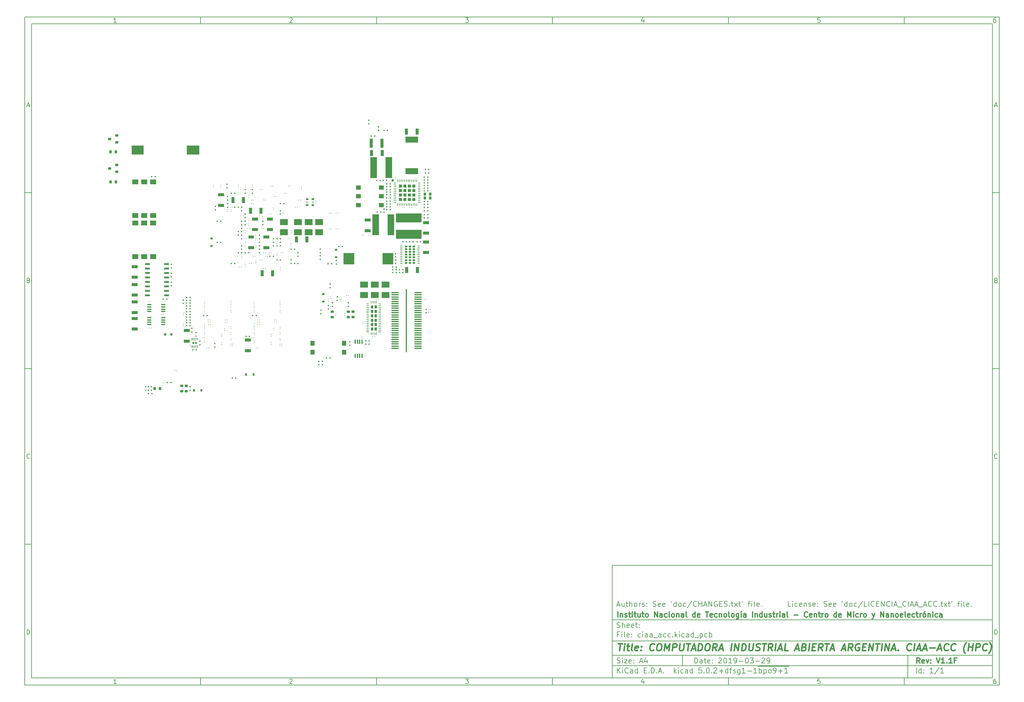
<source format=gbr>
G04 #@! TF.GenerationSoftware,KiCad,Pcbnew,5.0.2+dfsg1-1~bpo9+1*
G04 #@! TF.CreationDate,2019-03-29T14:07:49-03:00*
G04 #@! TF.ProjectId,ciaa_acc,63696161-5f61-4636-932e-6b696361645f,V1.1F*
G04 #@! TF.SameCoordinates,Original*
G04 #@! TF.FileFunction,Paste,Bot*
G04 #@! TF.FilePolarity,Positive*
%FSLAX46Y46*%
G04 Gerber Fmt 4.6, Leading zero omitted, Abs format (unit mm)*
G04 Created by KiCad (PCBNEW 5.0.2+dfsg1-1~bpo9+1) date Fri 29 Mar 2019 02:07:49 PM -03*
%MOMM*%
%LPD*%
G01*
G04 APERTURE LIST*
%ADD10C,0.101600*%
%ADD11C,0.150000*%
%ADD12C,0.300000*%
%ADD13C,0.400000*%
%ADD14R,0.457200X17.983200*%
%ADD15R,2.108200X0.355600*%
%ADD16R,0.249200X0.229200*%
%ADD17R,0.229200X0.249200*%
%ADD18R,1.749200X0.949200*%
%ADD19R,0.949200X1.749200*%
%ADD20R,0.449200X0.449200*%
%ADD21R,2.179200X1.749200*%
%ADD22R,0.749200X0.849200*%
%ADD23R,1.549200X0.949200*%
%ADD24R,0.849200X0.749200*%
%ADD25R,0.533400X0.635000*%
%ADD26R,0.635000X0.533400*%
%ADD27R,3.049200X3.249200*%
%ADD28R,1.949200X5.949200*%
%ADD29R,7.249200X2.549200*%
%ADD30R,3.549200X1.749200*%
%ADD31R,0.949200X2.549200*%
%ADD32C,0.711200*%
%ADD33R,0.179200X0.649200*%
%ADD34R,0.474200X0.579200*%
%ADD35R,0.799200X0.229200*%
%ADD36R,0.705200X0.495200*%
%ADD37R,1.249200X1.449200*%
%ADD38R,0.199200X0.649200*%
%ADD39R,0.649200X0.199200*%
%ADD40R,0.850450X0.850450*%
%ADD41R,0.649200X0.824200*%
%ADD42R,0.799200X0.249200*%
%ADD43R,0.249200X0.799200*%
%ADD44R,1.449200X0.549200*%
%ADD45R,1.729200X1.469200*%
%ADD46R,1.299200X0.399200*%
%ADD47R,0.949200X0.749200*%
%ADD48R,0.399200X1.299200*%
%ADD49R,0.799200X0.599200*%
%ADD50R,0.799200X0.199200*%
%ADD51R,3.609200X2.549200*%
%ADD52R,3.489200X2.549200*%
%ADD53R,1.449200X1.149200*%
G04 APERTURE END LIST*
D10*
D11*
X177002200Y-166007200D02*
X177002200Y-198007200D01*
X285002200Y-198007200D01*
X285002200Y-166007200D01*
X177002200Y-166007200D01*
D10*
D11*
X10000000Y-10000000D02*
X10000000Y-200007200D01*
X287002200Y-200007200D01*
X287002200Y-10000000D01*
X10000000Y-10000000D01*
D10*
D11*
X12000000Y-12000000D02*
X12000000Y-198007200D01*
X285002200Y-198007200D01*
X285002200Y-12000000D01*
X12000000Y-12000000D01*
D10*
D11*
X60000000Y-12000000D02*
X60000000Y-10000000D01*
D10*
D11*
X110000000Y-12000000D02*
X110000000Y-10000000D01*
D10*
D11*
X160000000Y-12000000D02*
X160000000Y-10000000D01*
D10*
D11*
X210000000Y-12000000D02*
X210000000Y-10000000D01*
D10*
D11*
X260000000Y-12000000D02*
X260000000Y-10000000D01*
D10*
D11*
X36065476Y-11588095D02*
X35322619Y-11588095D01*
X35694047Y-11588095D02*
X35694047Y-10288095D01*
X35570238Y-10473809D01*
X35446428Y-10597619D01*
X35322619Y-10659523D01*
D10*
D11*
X85322619Y-10411904D02*
X85384523Y-10350000D01*
X85508333Y-10288095D01*
X85817857Y-10288095D01*
X85941666Y-10350000D01*
X86003571Y-10411904D01*
X86065476Y-10535714D01*
X86065476Y-10659523D01*
X86003571Y-10845238D01*
X85260714Y-11588095D01*
X86065476Y-11588095D01*
D10*
D11*
X135260714Y-10288095D02*
X136065476Y-10288095D01*
X135632142Y-10783333D01*
X135817857Y-10783333D01*
X135941666Y-10845238D01*
X136003571Y-10907142D01*
X136065476Y-11030952D01*
X136065476Y-11340476D01*
X136003571Y-11464285D01*
X135941666Y-11526190D01*
X135817857Y-11588095D01*
X135446428Y-11588095D01*
X135322619Y-11526190D01*
X135260714Y-11464285D01*
D10*
D11*
X185941666Y-10721428D02*
X185941666Y-11588095D01*
X185632142Y-10226190D02*
X185322619Y-11154761D01*
X186127380Y-11154761D01*
D10*
D11*
X236003571Y-10288095D02*
X235384523Y-10288095D01*
X235322619Y-10907142D01*
X235384523Y-10845238D01*
X235508333Y-10783333D01*
X235817857Y-10783333D01*
X235941666Y-10845238D01*
X236003571Y-10907142D01*
X236065476Y-11030952D01*
X236065476Y-11340476D01*
X236003571Y-11464285D01*
X235941666Y-11526190D01*
X235817857Y-11588095D01*
X235508333Y-11588095D01*
X235384523Y-11526190D01*
X235322619Y-11464285D01*
D10*
D11*
X285941666Y-10288095D02*
X285694047Y-10288095D01*
X285570238Y-10350000D01*
X285508333Y-10411904D01*
X285384523Y-10597619D01*
X285322619Y-10845238D01*
X285322619Y-11340476D01*
X285384523Y-11464285D01*
X285446428Y-11526190D01*
X285570238Y-11588095D01*
X285817857Y-11588095D01*
X285941666Y-11526190D01*
X286003571Y-11464285D01*
X286065476Y-11340476D01*
X286065476Y-11030952D01*
X286003571Y-10907142D01*
X285941666Y-10845238D01*
X285817857Y-10783333D01*
X285570238Y-10783333D01*
X285446428Y-10845238D01*
X285384523Y-10907142D01*
X285322619Y-11030952D01*
D10*
D11*
X60000000Y-198007200D02*
X60000000Y-200007200D01*
D10*
D11*
X110000000Y-198007200D02*
X110000000Y-200007200D01*
D10*
D11*
X160000000Y-198007200D02*
X160000000Y-200007200D01*
D10*
D11*
X210000000Y-198007200D02*
X210000000Y-200007200D01*
D10*
D11*
X260000000Y-198007200D02*
X260000000Y-200007200D01*
D10*
D11*
X36065476Y-199595295D02*
X35322619Y-199595295D01*
X35694047Y-199595295D02*
X35694047Y-198295295D01*
X35570238Y-198481009D01*
X35446428Y-198604819D01*
X35322619Y-198666723D01*
D10*
D11*
X85322619Y-198419104D02*
X85384523Y-198357200D01*
X85508333Y-198295295D01*
X85817857Y-198295295D01*
X85941666Y-198357200D01*
X86003571Y-198419104D01*
X86065476Y-198542914D01*
X86065476Y-198666723D01*
X86003571Y-198852438D01*
X85260714Y-199595295D01*
X86065476Y-199595295D01*
D10*
D11*
X135260714Y-198295295D02*
X136065476Y-198295295D01*
X135632142Y-198790533D01*
X135817857Y-198790533D01*
X135941666Y-198852438D01*
X136003571Y-198914342D01*
X136065476Y-199038152D01*
X136065476Y-199347676D01*
X136003571Y-199471485D01*
X135941666Y-199533390D01*
X135817857Y-199595295D01*
X135446428Y-199595295D01*
X135322619Y-199533390D01*
X135260714Y-199471485D01*
D10*
D11*
X185941666Y-198728628D02*
X185941666Y-199595295D01*
X185632142Y-198233390D02*
X185322619Y-199161961D01*
X186127380Y-199161961D01*
D10*
D11*
X236003571Y-198295295D02*
X235384523Y-198295295D01*
X235322619Y-198914342D01*
X235384523Y-198852438D01*
X235508333Y-198790533D01*
X235817857Y-198790533D01*
X235941666Y-198852438D01*
X236003571Y-198914342D01*
X236065476Y-199038152D01*
X236065476Y-199347676D01*
X236003571Y-199471485D01*
X235941666Y-199533390D01*
X235817857Y-199595295D01*
X235508333Y-199595295D01*
X235384523Y-199533390D01*
X235322619Y-199471485D01*
D10*
D11*
X285941666Y-198295295D02*
X285694047Y-198295295D01*
X285570238Y-198357200D01*
X285508333Y-198419104D01*
X285384523Y-198604819D01*
X285322619Y-198852438D01*
X285322619Y-199347676D01*
X285384523Y-199471485D01*
X285446428Y-199533390D01*
X285570238Y-199595295D01*
X285817857Y-199595295D01*
X285941666Y-199533390D01*
X286003571Y-199471485D01*
X286065476Y-199347676D01*
X286065476Y-199038152D01*
X286003571Y-198914342D01*
X285941666Y-198852438D01*
X285817857Y-198790533D01*
X285570238Y-198790533D01*
X285446428Y-198852438D01*
X285384523Y-198914342D01*
X285322619Y-199038152D01*
D10*
D11*
X10000000Y-60000000D02*
X12000000Y-60000000D01*
D10*
D11*
X10000000Y-110000000D02*
X12000000Y-110000000D01*
D10*
D11*
X10000000Y-160000000D02*
X12000000Y-160000000D01*
D10*
D11*
X10690476Y-35216666D02*
X11309523Y-35216666D01*
X10566666Y-35588095D02*
X11000000Y-34288095D01*
X11433333Y-35588095D01*
D10*
D11*
X11092857Y-84907142D02*
X11278571Y-84969047D01*
X11340476Y-85030952D01*
X11402380Y-85154761D01*
X11402380Y-85340476D01*
X11340476Y-85464285D01*
X11278571Y-85526190D01*
X11154761Y-85588095D01*
X10659523Y-85588095D01*
X10659523Y-84288095D01*
X11092857Y-84288095D01*
X11216666Y-84350000D01*
X11278571Y-84411904D01*
X11340476Y-84535714D01*
X11340476Y-84659523D01*
X11278571Y-84783333D01*
X11216666Y-84845238D01*
X11092857Y-84907142D01*
X10659523Y-84907142D01*
D10*
D11*
X11402380Y-135464285D02*
X11340476Y-135526190D01*
X11154761Y-135588095D01*
X11030952Y-135588095D01*
X10845238Y-135526190D01*
X10721428Y-135402380D01*
X10659523Y-135278571D01*
X10597619Y-135030952D01*
X10597619Y-134845238D01*
X10659523Y-134597619D01*
X10721428Y-134473809D01*
X10845238Y-134350000D01*
X11030952Y-134288095D01*
X11154761Y-134288095D01*
X11340476Y-134350000D01*
X11402380Y-134411904D01*
D10*
D11*
X10659523Y-185588095D02*
X10659523Y-184288095D01*
X10969047Y-184288095D01*
X11154761Y-184350000D01*
X11278571Y-184473809D01*
X11340476Y-184597619D01*
X11402380Y-184845238D01*
X11402380Y-185030952D01*
X11340476Y-185278571D01*
X11278571Y-185402380D01*
X11154761Y-185526190D01*
X10969047Y-185588095D01*
X10659523Y-185588095D01*
D10*
D11*
X287002200Y-60000000D02*
X285002200Y-60000000D01*
D10*
D11*
X287002200Y-110000000D02*
X285002200Y-110000000D01*
D10*
D11*
X287002200Y-160000000D02*
X285002200Y-160000000D01*
D10*
D11*
X285692676Y-35216666D02*
X286311723Y-35216666D01*
X285568866Y-35588095D02*
X286002200Y-34288095D01*
X286435533Y-35588095D01*
D10*
D11*
X286095057Y-84907142D02*
X286280771Y-84969047D01*
X286342676Y-85030952D01*
X286404580Y-85154761D01*
X286404580Y-85340476D01*
X286342676Y-85464285D01*
X286280771Y-85526190D01*
X286156961Y-85588095D01*
X285661723Y-85588095D01*
X285661723Y-84288095D01*
X286095057Y-84288095D01*
X286218866Y-84350000D01*
X286280771Y-84411904D01*
X286342676Y-84535714D01*
X286342676Y-84659523D01*
X286280771Y-84783333D01*
X286218866Y-84845238D01*
X286095057Y-84907142D01*
X285661723Y-84907142D01*
D10*
D11*
X286404580Y-135464285D02*
X286342676Y-135526190D01*
X286156961Y-135588095D01*
X286033152Y-135588095D01*
X285847438Y-135526190D01*
X285723628Y-135402380D01*
X285661723Y-135278571D01*
X285599819Y-135030952D01*
X285599819Y-134845238D01*
X285661723Y-134597619D01*
X285723628Y-134473809D01*
X285847438Y-134350000D01*
X286033152Y-134288095D01*
X286156961Y-134288095D01*
X286342676Y-134350000D01*
X286404580Y-134411904D01*
D10*
D11*
X285661723Y-185588095D02*
X285661723Y-184288095D01*
X285971247Y-184288095D01*
X286156961Y-184350000D01*
X286280771Y-184473809D01*
X286342676Y-184597619D01*
X286404580Y-184845238D01*
X286404580Y-185030952D01*
X286342676Y-185278571D01*
X286280771Y-185402380D01*
X286156961Y-185526190D01*
X285971247Y-185588095D01*
X285661723Y-185588095D01*
D10*
D11*
X200434342Y-193785771D02*
X200434342Y-192285771D01*
X200791485Y-192285771D01*
X201005771Y-192357200D01*
X201148628Y-192500057D01*
X201220057Y-192642914D01*
X201291485Y-192928628D01*
X201291485Y-193142914D01*
X201220057Y-193428628D01*
X201148628Y-193571485D01*
X201005771Y-193714342D01*
X200791485Y-193785771D01*
X200434342Y-193785771D01*
X202577200Y-193785771D02*
X202577200Y-193000057D01*
X202505771Y-192857200D01*
X202362914Y-192785771D01*
X202077200Y-192785771D01*
X201934342Y-192857200D01*
X202577200Y-193714342D02*
X202434342Y-193785771D01*
X202077200Y-193785771D01*
X201934342Y-193714342D01*
X201862914Y-193571485D01*
X201862914Y-193428628D01*
X201934342Y-193285771D01*
X202077200Y-193214342D01*
X202434342Y-193214342D01*
X202577200Y-193142914D01*
X203077200Y-192785771D02*
X203648628Y-192785771D01*
X203291485Y-192285771D02*
X203291485Y-193571485D01*
X203362914Y-193714342D01*
X203505771Y-193785771D01*
X203648628Y-193785771D01*
X204720057Y-193714342D02*
X204577200Y-193785771D01*
X204291485Y-193785771D01*
X204148628Y-193714342D01*
X204077200Y-193571485D01*
X204077200Y-193000057D01*
X204148628Y-192857200D01*
X204291485Y-192785771D01*
X204577200Y-192785771D01*
X204720057Y-192857200D01*
X204791485Y-193000057D01*
X204791485Y-193142914D01*
X204077200Y-193285771D01*
X205434342Y-193642914D02*
X205505771Y-193714342D01*
X205434342Y-193785771D01*
X205362914Y-193714342D01*
X205434342Y-193642914D01*
X205434342Y-193785771D01*
X205434342Y-192857200D02*
X205505771Y-192928628D01*
X205434342Y-193000057D01*
X205362914Y-192928628D01*
X205434342Y-192857200D01*
X205434342Y-193000057D01*
X207220057Y-192428628D02*
X207291485Y-192357200D01*
X207434342Y-192285771D01*
X207791485Y-192285771D01*
X207934342Y-192357200D01*
X208005771Y-192428628D01*
X208077200Y-192571485D01*
X208077200Y-192714342D01*
X208005771Y-192928628D01*
X207148628Y-193785771D01*
X208077200Y-193785771D01*
X209005771Y-192285771D02*
X209148628Y-192285771D01*
X209291485Y-192357200D01*
X209362914Y-192428628D01*
X209434342Y-192571485D01*
X209505771Y-192857200D01*
X209505771Y-193214342D01*
X209434342Y-193500057D01*
X209362914Y-193642914D01*
X209291485Y-193714342D01*
X209148628Y-193785771D01*
X209005771Y-193785771D01*
X208862914Y-193714342D01*
X208791485Y-193642914D01*
X208720057Y-193500057D01*
X208648628Y-193214342D01*
X208648628Y-192857200D01*
X208720057Y-192571485D01*
X208791485Y-192428628D01*
X208862914Y-192357200D01*
X209005771Y-192285771D01*
X210934342Y-193785771D02*
X210077200Y-193785771D01*
X210505771Y-193785771D02*
X210505771Y-192285771D01*
X210362914Y-192500057D01*
X210220057Y-192642914D01*
X210077200Y-192714342D01*
X211648628Y-193785771D02*
X211934342Y-193785771D01*
X212077200Y-193714342D01*
X212148628Y-193642914D01*
X212291485Y-193428628D01*
X212362914Y-193142914D01*
X212362914Y-192571485D01*
X212291485Y-192428628D01*
X212220057Y-192357200D01*
X212077200Y-192285771D01*
X211791485Y-192285771D01*
X211648628Y-192357200D01*
X211577200Y-192428628D01*
X211505771Y-192571485D01*
X211505771Y-192928628D01*
X211577200Y-193071485D01*
X211648628Y-193142914D01*
X211791485Y-193214342D01*
X212077200Y-193214342D01*
X212220057Y-193142914D01*
X212291485Y-193071485D01*
X212362914Y-192928628D01*
X213005771Y-193214342D02*
X214148628Y-193214342D01*
X215148628Y-192285771D02*
X215291485Y-192285771D01*
X215434342Y-192357200D01*
X215505771Y-192428628D01*
X215577200Y-192571485D01*
X215648628Y-192857200D01*
X215648628Y-193214342D01*
X215577200Y-193500057D01*
X215505771Y-193642914D01*
X215434342Y-193714342D01*
X215291485Y-193785771D01*
X215148628Y-193785771D01*
X215005771Y-193714342D01*
X214934342Y-193642914D01*
X214862914Y-193500057D01*
X214791485Y-193214342D01*
X214791485Y-192857200D01*
X214862914Y-192571485D01*
X214934342Y-192428628D01*
X215005771Y-192357200D01*
X215148628Y-192285771D01*
X216148628Y-192285771D02*
X217077200Y-192285771D01*
X216577200Y-192857200D01*
X216791485Y-192857200D01*
X216934342Y-192928628D01*
X217005771Y-193000057D01*
X217077200Y-193142914D01*
X217077200Y-193500057D01*
X217005771Y-193642914D01*
X216934342Y-193714342D01*
X216791485Y-193785771D01*
X216362914Y-193785771D01*
X216220057Y-193714342D01*
X216148628Y-193642914D01*
X217720057Y-193214342D02*
X218862914Y-193214342D01*
X219505771Y-192428628D02*
X219577200Y-192357200D01*
X219720057Y-192285771D01*
X220077200Y-192285771D01*
X220220057Y-192357200D01*
X220291485Y-192428628D01*
X220362914Y-192571485D01*
X220362914Y-192714342D01*
X220291485Y-192928628D01*
X219434342Y-193785771D01*
X220362914Y-193785771D01*
X221077200Y-193785771D02*
X221362914Y-193785771D01*
X221505771Y-193714342D01*
X221577200Y-193642914D01*
X221720057Y-193428628D01*
X221791485Y-193142914D01*
X221791485Y-192571485D01*
X221720057Y-192428628D01*
X221648628Y-192357200D01*
X221505771Y-192285771D01*
X221220057Y-192285771D01*
X221077200Y-192357200D01*
X221005771Y-192428628D01*
X220934342Y-192571485D01*
X220934342Y-192928628D01*
X221005771Y-193071485D01*
X221077200Y-193142914D01*
X221220057Y-193214342D01*
X221505771Y-193214342D01*
X221648628Y-193142914D01*
X221720057Y-193071485D01*
X221791485Y-192928628D01*
D10*
D11*
X177002200Y-194507200D02*
X285002200Y-194507200D01*
D10*
D11*
X178434342Y-196585771D02*
X178434342Y-195085771D01*
X179291485Y-196585771D02*
X178648628Y-195728628D01*
X179291485Y-195085771D02*
X178434342Y-195942914D01*
X179934342Y-196585771D02*
X179934342Y-195585771D01*
X179934342Y-195085771D02*
X179862914Y-195157200D01*
X179934342Y-195228628D01*
X180005771Y-195157200D01*
X179934342Y-195085771D01*
X179934342Y-195228628D01*
X181505771Y-196442914D02*
X181434342Y-196514342D01*
X181220057Y-196585771D01*
X181077200Y-196585771D01*
X180862914Y-196514342D01*
X180720057Y-196371485D01*
X180648628Y-196228628D01*
X180577200Y-195942914D01*
X180577200Y-195728628D01*
X180648628Y-195442914D01*
X180720057Y-195300057D01*
X180862914Y-195157200D01*
X181077200Y-195085771D01*
X181220057Y-195085771D01*
X181434342Y-195157200D01*
X181505771Y-195228628D01*
X182791485Y-196585771D02*
X182791485Y-195800057D01*
X182720057Y-195657200D01*
X182577200Y-195585771D01*
X182291485Y-195585771D01*
X182148628Y-195657200D01*
X182791485Y-196514342D02*
X182648628Y-196585771D01*
X182291485Y-196585771D01*
X182148628Y-196514342D01*
X182077200Y-196371485D01*
X182077200Y-196228628D01*
X182148628Y-196085771D01*
X182291485Y-196014342D01*
X182648628Y-196014342D01*
X182791485Y-195942914D01*
X184148628Y-196585771D02*
X184148628Y-195085771D01*
X184148628Y-196514342D02*
X184005771Y-196585771D01*
X183720057Y-196585771D01*
X183577200Y-196514342D01*
X183505771Y-196442914D01*
X183434342Y-196300057D01*
X183434342Y-195871485D01*
X183505771Y-195728628D01*
X183577200Y-195657200D01*
X183720057Y-195585771D01*
X184005771Y-195585771D01*
X184148628Y-195657200D01*
X186005771Y-195800057D02*
X186505771Y-195800057D01*
X186720057Y-196585771D02*
X186005771Y-196585771D01*
X186005771Y-195085771D01*
X186720057Y-195085771D01*
X187362914Y-196442914D02*
X187434342Y-196514342D01*
X187362914Y-196585771D01*
X187291485Y-196514342D01*
X187362914Y-196442914D01*
X187362914Y-196585771D01*
X188077200Y-196585771D02*
X188077200Y-195085771D01*
X188434342Y-195085771D01*
X188648628Y-195157200D01*
X188791485Y-195300057D01*
X188862914Y-195442914D01*
X188934342Y-195728628D01*
X188934342Y-195942914D01*
X188862914Y-196228628D01*
X188791485Y-196371485D01*
X188648628Y-196514342D01*
X188434342Y-196585771D01*
X188077200Y-196585771D01*
X189577200Y-196442914D02*
X189648628Y-196514342D01*
X189577200Y-196585771D01*
X189505771Y-196514342D01*
X189577200Y-196442914D01*
X189577200Y-196585771D01*
X190220057Y-196157200D02*
X190934342Y-196157200D01*
X190077200Y-196585771D02*
X190577200Y-195085771D01*
X191077200Y-196585771D01*
X191577200Y-196442914D02*
X191648628Y-196514342D01*
X191577200Y-196585771D01*
X191505771Y-196514342D01*
X191577200Y-196442914D01*
X191577200Y-196585771D01*
X194577200Y-196585771D02*
X194577200Y-195085771D01*
X194720057Y-196014342D02*
X195148628Y-196585771D01*
X195148628Y-195585771D02*
X194577200Y-196157200D01*
X195791485Y-196585771D02*
X195791485Y-195585771D01*
X195791485Y-195085771D02*
X195720057Y-195157200D01*
X195791485Y-195228628D01*
X195862914Y-195157200D01*
X195791485Y-195085771D01*
X195791485Y-195228628D01*
X197148628Y-196514342D02*
X197005771Y-196585771D01*
X196720057Y-196585771D01*
X196577200Y-196514342D01*
X196505771Y-196442914D01*
X196434342Y-196300057D01*
X196434342Y-195871485D01*
X196505771Y-195728628D01*
X196577200Y-195657200D01*
X196720057Y-195585771D01*
X197005771Y-195585771D01*
X197148628Y-195657200D01*
X198434342Y-196585771D02*
X198434342Y-195800057D01*
X198362914Y-195657200D01*
X198220057Y-195585771D01*
X197934342Y-195585771D01*
X197791485Y-195657200D01*
X198434342Y-196514342D02*
X198291485Y-196585771D01*
X197934342Y-196585771D01*
X197791485Y-196514342D01*
X197720057Y-196371485D01*
X197720057Y-196228628D01*
X197791485Y-196085771D01*
X197934342Y-196014342D01*
X198291485Y-196014342D01*
X198434342Y-195942914D01*
X199791485Y-196585771D02*
X199791485Y-195085771D01*
X199791485Y-196514342D02*
X199648628Y-196585771D01*
X199362914Y-196585771D01*
X199220057Y-196514342D01*
X199148628Y-196442914D01*
X199077200Y-196300057D01*
X199077200Y-195871485D01*
X199148628Y-195728628D01*
X199220057Y-195657200D01*
X199362914Y-195585771D01*
X199648628Y-195585771D01*
X199791485Y-195657200D01*
X202362914Y-195085771D02*
X201648628Y-195085771D01*
X201577200Y-195800057D01*
X201648628Y-195728628D01*
X201791485Y-195657200D01*
X202148628Y-195657200D01*
X202291485Y-195728628D01*
X202362914Y-195800057D01*
X202434342Y-195942914D01*
X202434342Y-196300057D01*
X202362914Y-196442914D01*
X202291485Y-196514342D01*
X202148628Y-196585771D01*
X201791485Y-196585771D01*
X201648628Y-196514342D01*
X201577200Y-196442914D01*
X203077200Y-196442914D02*
X203148628Y-196514342D01*
X203077200Y-196585771D01*
X203005771Y-196514342D01*
X203077200Y-196442914D01*
X203077200Y-196585771D01*
X204077200Y-195085771D02*
X204220057Y-195085771D01*
X204362914Y-195157200D01*
X204434342Y-195228628D01*
X204505771Y-195371485D01*
X204577200Y-195657200D01*
X204577200Y-196014342D01*
X204505771Y-196300057D01*
X204434342Y-196442914D01*
X204362914Y-196514342D01*
X204220057Y-196585771D01*
X204077200Y-196585771D01*
X203934342Y-196514342D01*
X203862914Y-196442914D01*
X203791485Y-196300057D01*
X203720057Y-196014342D01*
X203720057Y-195657200D01*
X203791485Y-195371485D01*
X203862914Y-195228628D01*
X203934342Y-195157200D01*
X204077200Y-195085771D01*
X205220057Y-196442914D02*
X205291485Y-196514342D01*
X205220057Y-196585771D01*
X205148628Y-196514342D01*
X205220057Y-196442914D01*
X205220057Y-196585771D01*
X205862914Y-195228628D02*
X205934342Y-195157200D01*
X206077200Y-195085771D01*
X206434342Y-195085771D01*
X206577200Y-195157200D01*
X206648628Y-195228628D01*
X206720057Y-195371485D01*
X206720057Y-195514342D01*
X206648628Y-195728628D01*
X205791485Y-196585771D01*
X206720057Y-196585771D01*
X207362914Y-196014342D02*
X208505771Y-196014342D01*
X207934342Y-196585771D02*
X207934342Y-195442914D01*
X209862914Y-196585771D02*
X209862914Y-195085771D01*
X209862914Y-196514342D02*
X209720057Y-196585771D01*
X209434342Y-196585771D01*
X209291485Y-196514342D01*
X209220057Y-196442914D01*
X209148628Y-196300057D01*
X209148628Y-195871485D01*
X209220057Y-195728628D01*
X209291485Y-195657200D01*
X209434342Y-195585771D01*
X209720057Y-195585771D01*
X209862914Y-195657200D01*
X210362914Y-195585771D02*
X210934342Y-195585771D01*
X210577200Y-196585771D02*
X210577200Y-195300057D01*
X210648628Y-195157200D01*
X210791485Y-195085771D01*
X210934342Y-195085771D01*
X211362914Y-196514342D02*
X211505771Y-196585771D01*
X211791485Y-196585771D01*
X211934342Y-196514342D01*
X212005771Y-196371485D01*
X212005771Y-196300057D01*
X211934342Y-196157200D01*
X211791485Y-196085771D01*
X211577200Y-196085771D01*
X211434342Y-196014342D01*
X211362914Y-195871485D01*
X211362914Y-195800057D01*
X211434342Y-195657200D01*
X211577200Y-195585771D01*
X211791485Y-195585771D01*
X211934342Y-195657200D01*
X213291485Y-195585771D02*
X213291485Y-196800057D01*
X213220057Y-196942914D01*
X213148628Y-197014342D01*
X213005771Y-197085771D01*
X212791485Y-197085771D01*
X212648628Y-197014342D01*
X213291485Y-196514342D02*
X213148628Y-196585771D01*
X212862914Y-196585771D01*
X212720057Y-196514342D01*
X212648628Y-196442914D01*
X212577200Y-196300057D01*
X212577200Y-195871485D01*
X212648628Y-195728628D01*
X212720057Y-195657200D01*
X212862914Y-195585771D01*
X213148628Y-195585771D01*
X213291485Y-195657200D01*
X214791485Y-196585771D02*
X213934342Y-196585771D01*
X214362914Y-196585771D02*
X214362914Y-195085771D01*
X214220057Y-195300057D01*
X214077200Y-195442914D01*
X213934342Y-195514342D01*
X215434342Y-196014342D02*
X216577200Y-196014342D01*
X218077200Y-196585771D02*
X217220057Y-196585771D01*
X217648628Y-196585771D02*
X217648628Y-195085771D01*
X217505771Y-195300057D01*
X217362914Y-195442914D01*
X217220057Y-195514342D01*
X218362914Y-194677200D02*
X219720057Y-194677200D01*
X218720057Y-196585771D02*
X218720057Y-195085771D01*
X218720057Y-195657200D02*
X218862914Y-195585771D01*
X219148628Y-195585771D01*
X219291485Y-195657200D01*
X219362914Y-195728628D01*
X219434342Y-195871485D01*
X219434342Y-196300057D01*
X219362914Y-196442914D01*
X219291485Y-196514342D01*
X219148628Y-196585771D01*
X218862914Y-196585771D01*
X218720057Y-196514342D01*
X219720057Y-194677200D02*
X221077200Y-194677200D01*
X220077200Y-195585771D02*
X220077200Y-197085771D01*
X220077200Y-195657200D02*
X220220057Y-195585771D01*
X220505771Y-195585771D01*
X220648628Y-195657200D01*
X220720057Y-195728628D01*
X220791485Y-195871485D01*
X220791485Y-196300057D01*
X220720057Y-196442914D01*
X220648628Y-196514342D01*
X220505771Y-196585771D01*
X220220057Y-196585771D01*
X220077200Y-196514342D01*
X221077200Y-194677200D02*
X222434342Y-194677200D01*
X221648628Y-196585771D02*
X221505771Y-196514342D01*
X221434342Y-196442914D01*
X221362914Y-196300057D01*
X221362914Y-195871485D01*
X221434342Y-195728628D01*
X221505771Y-195657200D01*
X221648628Y-195585771D01*
X221862914Y-195585771D01*
X222005771Y-195657200D01*
X222077200Y-195728628D01*
X222148628Y-195871485D01*
X222148628Y-196300057D01*
X222077200Y-196442914D01*
X222005771Y-196514342D01*
X221862914Y-196585771D01*
X221648628Y-196585771D01*
X222434342Y-194677200D02*
X223862914Y-194677200D01*
X222862914Y-196585771D02*
X223148628Y-196585771D01*
X223291485Y-196514342D01*
X223362914Y-196442914D01*
X223505771Y-196228628D01*
X223577200Y-195942914D01*
X223577200Y-195371485D01*
X223505771Y-195228628D01*
X223434342Y-195157200D01*
X223291485Y-195085771D01*
X223005771Y-195085771D01*
X222862914Y-195157200D01*
X222791485Y-195228628D01*
X222720057Y-195371485D01*
X222720057Y-195728628D01*
X222791485Y-195871485D01*
X222862914Y-195942914D01*
X223005771Y-196014342D01*
X223291485Y-196014342D01*
X223434342Y-195942914D01*
X223505771Y-195871485D01*
X223577200Y-195728628D01*
X223862914Y-194677200D02*
X225720057Y-194677200D01*
X224220057Y-196014342D02*
X225362914Y-196014342D01*
X224791485Y-196585771D02*
X224791485Y-195442914D01*
X225720057Y-194677200D02*
X227148628Y-194677200D01*
X226862914Y-196585771D02*
X226005771Y-196585771D01*
X226434342Y-196585771D02*
X226434342Y-195085771D01*
X226291485Y-195300057D01*
X226148628Y-195442914D01*
X226005771Y-195514342D01*
D10*
D11*
X177002200Y-191507200D02*
X285002200Y-191507200D01*
D10*
D12*
X264411485Y-193785771D02*
X263911485Y-193071485D01*
X263554342Y-193785771D02*
X263554342Y-192285771D01*
X264125771Y-192285771D01*
X264268628Y-192357200D01*
X264340057Y-192428628D01*
X264411485Y-192571485D01*
X264411485Y-192785771D01*
X264340057Y-192928628D01*
X264268628Y-193000057D01*
X264125771Y-193071485D01*
X263554342Y-193071485D01*
X265625771Y-193714342D02*
X265482914Y-193785771D01*
X265197200Y-193785771D01*
X265054342Y-193714342D01*
X264982914Y-193571485D01*
X264982914Y-193000057D01*
X265054342Y-192857200D01*
X265197200Y-192785771D01*
X265482914Y-192785771D01*
X265625771Y-192857200D01*
X265697200Y-193000057D01*
X265697200Y-193142914D01*
X264982914Y-193285771D01*
X266197200Y-192785771D02*
X266554342Y-193785771D01*
X266911485Y-192785771D01*
X267482914Y-193642914D02*
X267554342Y-193714342D01*
X267482914Y-193785771D01*
X267411485Y-193714342D01*
X267482914Y-193642914D01*
X267482914Y-193785771D01*
X267482914Y-192857200D02*
X267554342Y-192928628D01*
X267482914Y-193000057D01*
X267411485Y-192928628D01*
X267482914Y-192857200D01*
X267482914Y-193000057D01*
X269125771Y-192285771D02*
X269625771Y-193785771D01*
X270125771Y-192285771D01*
X271411485Y-193785771D02*
X270554342Y-193785771D01*
X270982914Y-193785771D02*
X270982914Y-192285771D01*
X270840057Y-192500057D01*
X270697200Y-192642914D01*
X270554342Y-192714342D01*
X272054342Y-193642914D02*
X272125771Y-193714342D01*
X272054342Y-193785771D01*
X271982914Y-193714342D01*
X272054342Y-193642914D01*
X272054342Y-193785771D01*
X273554342Y-193785771D02*
X272697200Y-193785771D01*
X273125771Y-193785771D02*
X273125771Y-192285771D01*
X272982914Y-192500057D01*
X272840057Y-192642914D01*
X272697200Y-192714342D01*
X274697200Y-193000057D02*
X274197200Y-193000057D01*
X274197200Y-193785771D02*
X274197200Y-192285771D01*
X274911485Y-192285771D01*
D10*
D11*
X178362914Y-193714342D02*
X178577200Y-193785771D01*
X178934342Y-193785771D01*
X179077200Y-193714342D01*
X179148628Y-193642914D01*
X179220057Y-193500057D01*
X179220057Y-193357200D01*
X179148628Y-193214342D01*
X179077200Y-193142914D01*
X178934342Y-193071485D01*
X178648628Y-193000057D01*
X178505771Y-192928628D01*
X178434342Y-192857200D01*
X178362914Y-192714342D01*
X178362914Y-192571485D01*
X178434342Y-192428628D01*
X178505771Y-192357200D01*
X178648628Y-192285771D01*
X179005771Y-192285771D01*
X179220057Y-192357200D01*
X179862914Y-193785771D02*
X179862914Y-192785771D01*
X179862914Y-192285771D02*
X179791485Y-192357200D01*
X179862914Y-192428628D01*
X179934342Y-192357200D01*
X179862914Y-192285771D01*
X179862914Y-192428628D01*
X180434342Y-192785771D02*
X181220057Y-192785771D01*
X180434342Y-193785771D01*
X181220057Y-193785771D01*
X182362914Y-193714342D02*
X182220057Y-193785771D01*
X181934342Y-193785771D01*
X181791485Y-193714342D01*
X181720057Y-193571485D01*
X181720057Y-193000057D01*
X181791485Y-192857200D01*
X181934342Y-192785771D01*
X182220057Y-192785771D01*
X182362914Y-192857200D01*
X182434342Y-193000057D01*
X182434342Y-193142914D01*
X181720057Y-193285771D01*
X183077200Y-193642914D02*
X183148628Y-193714342D01*
X183077200Y-193785771D01*
X183005771Y-193714342D01*
X183077200Y-193642914D01*
X183077200Y-193785771D01*
X183077200Y-192857200D02*
X183148628Y-192928628D01*
X183077200Y-193000057D01*
X183005771Y-192928628D01*
X183077200Y-192857200D01*
X183077200Y-193000057D01*
X184862914Y-193357200D02*
X185577200Y-193357200D01*
X184720057Y-193785771D02*
X185220057Y-192285771D01*
X185720057Y-193785771D01*
X186862914Y-192785771D02*
X186862914Y-193785771D01*
X186505771Y-192214342D02*
X186148628Y-193285771D01*
X187077200Y-193285771D01*
D10*
D11*
X263434342Y-196585771D02*
X263434342Y-195085771D01*
X264791485Y-196585771D02*
X264791485Y-195085771D01*
X264791485Y-196514342D02*
X264648628Y-196585771D01*
X264362914Y-196585771D01*
X264220057Y-196514342D01*
X264148628Y-196442914D01*
X264077200Y-196300057D01*
X264077200Y-195871485D01*
X264148628Y-195728628D01*
X264220057Y-195657200D01*
X264362914Y-195585771D01*
X264648628Y-195585771D01*
X264791485Y-195657200D01*
X265505771Y-196442914D02*
X265577200Y-196514342D01*
X265505771Y-196585771D01*
X265434342Y-196514342D01*
X265505771Y-196442914D01*
X265505771Y-196585771D01*
X265505771Y-195657200D02*
X265577200Y-195728628D01*
X265505771Y-195800057D01*
X265434342Y-195728628D01*
X265505771Y-195657200D01*
X265505771Y-195800057D01*
X268148628Y-196585771D02*
X267291485Y-196585771D01*
X267720057Y-196585771D02*
X267720057Y-195085771D01*
X267577200Y-195300057D01*
X267434342Y-195442914D01*
X267291485Y-195514342D01*
X269862914Y-195014342D02*
X268577200Y-196942914D01*
X271148628Y-196585771D02*
X270291485Y-196585771D01*
X270720057Y-196585771D02*
X270720057Y-195085771D01*
X270577200Y-195300057D01*
X270434342Y-195442914D01*
X270291485Y-195514342D01*
D10*
D11*
X177002200Y-187507200D02*
X285002200Y-187507200D01*
D10*
D13*
X178714580Y-188211961D02*
X179857438Y-188211961D01*
X179036009Y-190211961D02*
X179286009Y-188211961D01*
X180274104Y-190211961D02*
X180440771Y-188878628D01*
X180524104Y-188211961D02*
X180416961Y-188307200D01*
X180500295Y-188402438D01*
X180607438Y-188307200D01*
X180524104Y-188211961D01*
X180500295Y-188402438D01*
X181107438Y-188878628D02*
X181869342Y-188878628D01*
X181476485Y-188211961D02*
X181262200Y-189926247D01*
X181333628Y-190116723D01*
X181512200Y-190211961D01*
X181702676Y-190211961D01*
X182655057Y-190211961D02*
X182476485Y-190116723D01*
X182405057Y-189926247D01*
X182619342Y-188211961D01*
X184190771Y-190116723D02*
X183988390Y-190211961D01*
X183607438Y-190211961D01*
X183428866Y-190116723D01*
X183357438Y-189926247D01*
X183452676Y-189164342D01*
X183571723Y-188973866D01*
X183774104Y-188878628D01*
X184155057Y-188878628D01*
X184333628Y-188973866D01*
X184405057Y-189164342D01*
X184381247Y-189354819D01*
X183405057Y-189545295D01*
X185155057Y-190021485D02*
X185238390Y-190116723D01*
X185131247Y-190211961D01*
X185047914Y-190116723D01*
X185155057Y-190021485D01*
X185131247Y-190211961D01*
X185286009Y-188973866D02*
X185369342Y-189069104D01*
X185262200Y-189164342D01*
X185178866Y-189069104D01*
X185286009Y-188973866D01*
X185262200Y-189164342D01*
X188774104Y-190021485D02*
X188666961Y-190116723D01*
X188369342Y-190211961D01*
X188178866Y-190211961D01*
X187905057Y-190116723D01*
X187738390Y-189926247D01*
X187666961Y-189735771D01*
X187619342Y-189354819D01*
X187655057Y-189069104D01*
X187797914Y-188688152D01*
X187916961Y-188497676D01*
X188131247Y-188307200D01*
X188428866Y-188211961D01*
X188619342Y-188211961D01*
X188893152Y-188307200D01*
X188976485Y-188402438D01*
X190238390Y-188211961D02*
X190619342Y-188211961D01*
X190797914Y-188307200D01*
X190964580Y-188497676D01*
X191012200Y-188878628D01*
X190928866Y-189545295D01*
X190786009Y-189926247D01*
X190571723Y-190116723D01*
X190369342Y-190211961D01*
X189988390Y-190211961D01*
X189809819Y-190116723D01*
X189643152Y-189926247D01*
X189595533Y-189545295D01*
X189678866Y-188878628D01*
X189821723Y-188497676D01*
X190036009Y-188307200D01*
X190238390Y-188211961D01*
X191702676Y-190211961D02*
X191952676Y-188211961D01*
X192440771Y-189640533D01*
X193286009Y-188211961D01*
X193036009Y-190211961D01*
X193988390Y-190211961D02*
X194238390Y-188211961D01*
X195000295Y-188211961D01*
X195178866Y-188307200D01*
X195262200Y-188402438D01*
X195333628Y-188592914D01*
X195297914Y-188878628D01*
X195178866Y-189069104D01*
X195071723Y-189164342D01*
X194869342Y-189259580D01*
X194107438Y-189259580D01*
X196238390Y-188211961D02*
X196036009Y-189831009D01*
X196107438Y-190021485D01*
X196190771Y-190116723D01*
X196369342Y-190211961D01*
X196750295Y-190211961D01*
X196952676Y-190116723D01*
X197059819Y-190021485D01*
X197178866Y-189831009D01*
X197381247Y-188211961D01*
X198047914Y-188211961D02*
X199190771Y-188211961D01*
X198369342Y-190211961D02*
X198619342Y-188211961D01*
X199583628Y-189640533D02*
X200536009Y-189640533D01*
X199321723Y-190211961D02*
X200238390Y-188211961D01*
X200655057Y-190211961D01*
X201321723Y-190211961D02*
X201571723Y-188211961D01*
X202047914Y-188211961D01*
X202321723Y-188307200D01*
X202488390Y-188497676D01*
X202559819Y-188688152D01*
X202607438Y-189069104D01*
X202571723Y-189354819D01*
X202428866Y-189735771D01*
X202309819Y-189926247D01*
X202095533Y-190116723D01*
X201797914Y-190211961D01*
X201321723Y-190211961D01*
X203952676Y-188211961D02*
X204333628Y-188211961D01*
X204512200Y-188307200D01*
X204678866Y-188497676D01*
X204726485Y-188878628D01*
X204643152Y-189545295D01*
X204500295Y-189926247D01*
X204286009Y-190116723D01*
X204083628Y-190211961D01*
X203702676Y-190211961D01*
X203524104Y-190116723D01*
X203357438Y-189926247D01*
X203309819Y-189545295D01*
X203393152Y-188878628D01*
X203536009Y-188497676D01*
X203750295Y-188307200D01*
X203952676Y-188211961D01*
X206559819Y-190211961D02*
X206012200Y-189259580D01*
X205416961Y-190211961D02*
X205666961Y-188211961D01*
X206428866Y-188211961D01*
X206607438Y-188307200D01*
X206690771Y-188402438D01*
X206762200Y-188592914D01*
X206726485Y-188878628D01*
X206607438Y-189069104D01*
X206500295Y-189164342D01*
X206297914Y-189259580D01*
X205536009Y-189259580D01*
X207393152Y-189640533D02*
X208345533Y-189640533D01*
X207131247Y-190211961D02*
X208047914Y-188211961D01*
X208464580Y-190211961D01*
X210655057Y-190211961D02*
X210905057Y-188211961D01*
X211607438Y-190211961D02*
X211857438Y-188211961D01*
X212750295Y-190211961D01*
X213000295Y-188211961D01*
X213702676Y-190211961D02*
X213952676Y-188211961D01*
X214428866Y-188211961D01*
X214702676Y-188307200D01*
X214869342Y-188497676D01*
X214940771Y-188688152D01*
X214988390Y-189069104D01*
X214952676Y-189354819D01*
X214809819Y-189735771D01*
X214690771Y-189926247D01*
X214476485Y-190116723D01*
X214178866Y-190211961D01*
X213702676Y-190211961D01*
X215952676Y-188211961D02*
X215750295Y-189831009D01*
X215821723Y-190021485D01*
X215905057Y-190116723D01*
X216083628Y-190211961D01*
X216464580Y-190211961D01*
X216666961Y-190116723D01*
X216774104Y-190021485D01*
X216893152Y-189831009D01*
X217095533Y-188211961D01*
X217714580Y-190116723D02*
X217988390Y-190211961D01*
X218464580Y-190211961D01*
X218666961Y-190116723D01*
X218774104Y-190021485D01*
X218893152Y-189831009D01*
X218916961Y-189640533D01*
X218845533Y-189450057D01*
X218762200Y-189354819D01*
X218583628Y-189259580D01*
X218214580Y-189164342D01*
X218036009Y-189069104D01*
X217952676Y-188973866D01*
X217881247Y-188783390D01*
X217905057Y-188592914D01*
X218024104Y-188402438D01*
X218131247Y-188307200D01*
X218333628Y-188211961D01*
X218809819Y-188211961D01*
X219083628Y-188307200D01*
X219666961Y-188211961D02*
X220809819Y-188211961D01*
X219988390Y-190211961D02*
X220238390Y-188211961D01*
X222369342Y-190211961D02*
X221821723Y-189259580D01*
X221226485Y-190211961D02*
X221476485Y-188211961D01*
X222238390Y-188211961D01*
X222416961Y-188307200D01*
X222500295Y-188402438D01*
X222571723Y-188592914D01*
X222536009Y-188878628D01*
X222416961Y-189069104D01*
X222309819Y-189164342D01*
X222107438Y-189259580D01*
X221345533Y-189259580D01*
X223226485Y-190211961D02*
X223476485Y-188211961D01*
X224155057Y-189640533D02*
X225107438Y-189640533D01*
X223893152Y-190211961D02*
X224809819Y-188211961D01*
X225226485Y-190211961D01*
X226845533Y-190211961D02*
X225893152Y-190211961D01*
X226143152Y-188211961D01*
X229012200Y-189640533D02*
X229964580Y-189640533D01*
X228750295Y-190211961D02*
X229666961Y-188211961D01*
X230083628Y-190211961D01*
X231547914Y-189164342D02*
X231821723Y-189259580D01*
X231905057Y-189354819D01*
X231976485Y-189545295D01*
X231940771Y-189831009D01*
X231821723Y-190021485D01*
X231714580Y-190116723D01*
X231512200Y-190211961D01*
X230750295Y-190211961D01*
X231000295Y-188211961D01*
X231666961Y-188211961D01*
X231845533Y-188307200D01*
X231928866Y-188402438D01*
X232000295Y-188592914D01*
X231976485Y-188783390D01*
X231857438Y-188973866D01*
X231750295Y-189069104D01*
X231547914Y-189164342D01*
X230881247Y-189164342D01*
X232750295Y-190211961D02*
X233000295Y-188211961D01*
X233833628Y-189164342D02*
X234500295Y-189164342D01*
X234655057Y-190211961D02*
X233702676Y-190211961D01*
X233952676Y-188211961D01*
X234905057Y-188211961D01*
X236655057Y-190211961D02*
X236107438Y-189259580D01*
X235512200Y-190211961D02*
X235762200Y-188211961D01*
X236524104Y-188211961D01*
X236702676Y-188307200D01*
X236786009Y-188402438D01*
X236857438Y-188592914D01*
X236821723Y-188878628D01*
X236702676Y-189069104D01*
X236595533Y-189164342D01*
X236393152Y-189259580D01*
X235631247Y-189259580D01*
X237476485Y-188211961D02*
X238619342Y-188211961D01*
X237797914Y-190211961D02*
X238047914Y-188211961D01*
X239012200Y-189640533D02*
X239964580Y-189640533D01*
X238750295Y-190211961D02*
X239666961Y-188211961D01*
X240083628Y-190211961D01*
X242250295Y-189640533D02*
X243202676Y-189640533D01*
X241988390Y-190211961D02*
X242905057Y-188211961D01*
X243321723Y-190211961D01*
X245131247Y-190211961D02*
X244583628Y-189259580D01*
X243988390Y-190211961D02*
X244238390Y-188211961D01*
X245000295Y-188211961D01*
X245178866Y-188307200D01*
X245262200Y-188402438D01*
X245333628Y-188592914D01*
X245297914Y-188878628D01*
X245178866Y-189069104D01*
X245071723Y-189164342D01*
X244869342Y-189259580D01*
X244107438Y-189259580D01*
X247274104Y-188307200D02*
X247095533Y-188211961D01*
X246809819Y-188211961D01*
X246512200Y-188307200D01*
X246297914Y-188497676D01*
X246178866Y-188688152D01*
X246036009Y-189069104D01*
X246000295Y-189354819D01*
X246047914Y-189735771D01*
X246119342Y-189926247D01*
X246286009Y-190116723D01*
X246559819Y-190211961D01*
X246750295Y-190211961D01*
X247047914Y-190116723D01*
X247155057Y-190021485D01*
X247238390Y-189354819D01*
X246857438Y-189354819D01*
X248119342Y-189164342D02*
X248786009Y-189164342D01*
X248940771Y-190211961D02*
X247988390Y-190211961D01*
X248238390Y-188211961D01*
X249190771Y-188211961D01*
X249797914Y-190211961D02*
X250047914Y-188211961D01*
X250940771Y-190211961D01*
X251190771Y-188211961D01*
X251857438Y-188211961D02*
X253000295Y-188211961D01*
X252178866Y-190211961D02*
X252428866Y-188211961D01*
X253416961Y-190211961D02*
X253666961Y-188211961D01*
X254369342Y-190211961D02*
X254619342Y-188211961D01*
X255512199Y-190211961D01*
X255762199Y-188211961D01*
X256440771Y-189640533D02*
X257393152Y-189640533D01*
X256178866Y-190211961D02*
X257095533Y-188211961D01*
X257512199Y-190211961D01*
X258202676Y-190021485D02*
X258286009Y-190116723D01*
X258178866Y-190211961D01*
X258095533Y-190116723D01*
X258202676Y-190021485D01*
X258178866Y-190211961D01*
X261821723Y-190021485D02*
X261714580Y-190116723D01*
X261416961Y-190211961D01*
X261226485Y-190211961D01*
X260952676Y-190116723D01*
X260786009Y-189926247D01*
X260714580Y-189735771D01*
X260666961Y-189354819D01*
X260702676Y-189069104D01*
X260845533Y-188688152D01*
X260964580Y-188497676D01*
X261178866Y-188307200D01*
X261476485Y-188211961D01*
X261666961Y-188211961D01*
X261940771Y-188307200D01*
X262024104Y-188402438D01*
X262655057Y-190211961D02*
X262905057Y-188211961D01*
X263583628Y-189640533D02*
X264536009Y-189640533D01*
X263321723Y-190211961D02*
X264238390Y-188211961D01*
X264655057Y-190211961D01*
X265297914Y-189640533D02*
X266250295Y-189640533D01*
X265036009Y-190211961D02*
X265952676Y-188211961D01*
X266369342Y-190211961D01*
X267131247Y-189450057D02*
X268655057Y-189450057D01*
X269488390Y-189640533D02*
X270440771Y-189640533D01*
X269226485Y-190211961D02*
X270143152Y-188211961D01*
X270559819Y-190211961D01*
X272393152Y-190021485D02*
X272286009Y-190116723D01*
X271988390Y-190211961D01*
X271797914Y-190211961D01*
X271524104Y-190116723D01*
X271357438Y-189926247D01*
X271286009Y-189735771D01*
X271238390Y-189354819D01*
X271274104Y-189069104D01*
X271416961Y-188688152D01*
X271536009Y-188497676D01*
X271750295Y-188307200D01*
X272047914Y-188211961D01*
X272238390Y-188211961D01*
X272512200Y-188307200D01*
X272595533Y-188402438D01*
X274393152Y-190021485D02*
X274286009Y-190116723D01*
X273988390Y-190211961D01*
X273797914Y-190211961D01*
X273524104Y-190116723D01*
X273357438Y-189926247D01*
X273286009Y-189735771D01*
X273238390Y-189354819D01*
X273274104Y-189069104D01*
X273416961Y-188688152D01*
X273536009Y-188497676D01*
X273750295Y-188307200D01*
X274047914Y-188211961D01*
X274238390Y-188211961D01*
X274512200Y-188307200D01*
X274595533Y-188402438D01*
X277226485Y-190973866D02*
X277143152Y-190878628D01*
X276988390Y-190592914D01*
X276916961Y-190402438D01*
X276857438Y-190116723D01*
X276821723Y-189640533D01*
X276869342Y-189259580D01*
X277024104Y-188783390D01*
X277155057Y-188497676D01*
X277274104Y-188307200D01*
X277500295Y-188021485D01*
X277607438Y-187926247D01*
X278083628Y-190211961D02*
X278333628Y-188211961D01*
X278214580Y-189164342D02*
X279357438Y-189164342D01*
X279226485Y-190211961D02*
X279476485Y-188211961D01*
X280178866Y-190211961D02*
X280428866Y-188211961D01*
X281190771Y-188211961D01*
X281369342Y-188307200D01*
X281452676Y-188402438D01*
X281524104Y-188592914D01*
X281488390Y-188878628D01*
X281369342Y-189069104D01*
X281262200Y-189164342D01*
X281059819Y-189259580D01*
X280297914Y-189259580D01*
X283345533Y-190021485D02*
X283238390Y-190116723D01*
X282940771Y-190211961D01*
X282750295Y-190211961D01*
X282476485Y-190116723D01*
X282309819Y-189926247D01*
X282238390Y-189735771D01*
X282190771Y-189354819D01*
X282226485Y-189069104D01*
X282369342Y-188688152D01*
X282488390Y-188497676D01*
X282702676Y-188307200D01*
X283000295Y-188211961D01*
X283190771Y-188211961D01*
X283464580Y-188307200D01*
X283547914Y-188402438D01*
X283893152Y-190973866D02*
X284000295Y-190878628D01*
X284226485Y-190592914D01*
X284345533Y-190402438D01*
X284476485Y-190116723D01*
X284631247Y-189640533D01*
X284678866Y-189259580D01*
X284643152Y-188783390D01*
X284583628Y-188497676D01*
X284512200Y-188307200D01*
X284357438Y-188021485D01*
X284274104Y-187926247D01*
D10*
D11*
X178934342Y-185600057D02*
X178434342Y-185600057D01*
X178434342Y-186385771D02*
X178434342Y-184885771D01*
X179148628Y-184885771D01*
X179720057Y-186385771D02*
X179720057Y-185385771D01*
X179720057Y-184885771D02*
X179648628Y-184957200D01*
X179720057Y-185028628D01*
X179791485Y-184957200D01*
X179720057Y-184885771D01*
X179720057Y-185028628D01*
X180648628Y-186385771D02*
X180505771Y-186314342D01*
X180434342Y-186171485D01*
X180434342Y-184885771D01*
X181791485Y-186314342D02*
X181648628Y-186385771D01*
X181362914Y-186385771D01*
X181220057Y-186314342D01*
X181148628Y-186171485D01*
X181148628Y-185600057D01*
X181220057Y-185457200D01*
X181362914Y-185385771D01*
X181648628Y-185385771D01*
X181791485Y-185457200D01*
X181862914Y-185600057D01*
X181862914Y-185742914D01*
X181148628Y-185885771D01*
X182505771Y-186242914D02*
X182577200Y-186314342D01*
X182505771Y-186385771D01*
X182434342Y-186314342D01*
X182505771Y-186242914D01*
X182505771Y-186385771D01*
X182505771Y-185457200D02*
X182577200Y-185528628D01*
X182505771Y-185600057D01*
X182434342Y-185528628D01*
X182505771Y-185457200D01*
X182505771Y-185600057D01*
X185005771Y-186314342D02*
X184862914Y-186385771D01*
X184577200Y-186385771D01*
X184434342Y-186314342D01*
X184362914Y-186242914D01*
X184291485Y-186100057D01*
X184291485Y-185671485D01*
X184362914Y-185528628D01*
X184434342Y-185457200D01*
X184577200Y-185385771D01*
X184862914Y-185385771D01*
X185005771Y-185457200D01*
X185648628Y-186385771D02*
X185648628Y-185385771D01*
X185648628Y-184885771D02*
X185577200Y-184957200D01*
X185648628Y-185028628D01*
X185720057Y-184957200D01*
X185648628Y-184885771D01*
X185648628Y-185028628D01*
X187005771Y-186385771D02*
X187005771Y-185600057D01*
X186934342Y-185457200D01*
X186791485Y-185385771D01*
X186505771Y-185385771D01*
X186362914Y-185457200D01*
X187005771Y-186314342D02*
X186862914Y-186385771D01*
X186505771Y-186385771D01*
X186362914Y-186314342D01*
X186291485Y-186171485D01*
X186291485Y-186028628D01*
X186362914Y-185885771D01*
X186505771Y-185814342D01*
X186862914Y-185814342D01*
X187005771Y-185742914D01*
X188362914Y-186385771D02*
X188362914Y-185600057D01*
X188291485Y-185457200D01*
X188148628Y-185385771D01*
X187862914Y-185385771D01*
X187720057Y-185457200D01*
X188362914Y-186314342D02*
X188220057Y-186385771D01*
X187862914Y-186385771D01*
X187720057Y-186314342D01*
X187648628Y-186171485D01*
X187648628Y-186028628D01*
X187720057Y-185885771D01*
X187862914Y-185814342D01*
X188220057Y-185814342D01*
X188362914Y-185742914D01*
X188720057Y-186528628D02*
X189862914Y-186528628D01*
X190862914Y-186385771D02*
X190862914Y-185600057D01*
X190791485Y-185457200D01*
X190648628Y-185385771D01*
X190362914Y-185385771D01*
X190220057Y-185457200D01*
X190862914Y-186314342D02*
X190720057Y-186385771D01*
X190362914Y-186385771D01*
X190220057Y-186314342D01*
X190148628Y-186171485D01*
X190148628Y-186028628D01*
X190220057Y-185885771D01*
X190362914Y-185814342D01*
X190720057Y-185814342D01*
X190862914Y-185742914D01*
X192220057Y-186314342D02*
X192077200Y-186385771D01*
X191791485Y-186385771D01*
X191648628Y-186314342D01*
X191577200Y-186242914D01*
X191505771Y-186100057D01*
X191505771Y-185671485D01*
X191577200Y-185528628D01*
X191648628Y-185457200D01*
X191791485Y-185385771D01*
X192077200Y-185385771D01*
X192220057Y-185457200D01*
X193505771Y-186314342D02*
X193362914Y-186385771D01*
X193077200Y-186385771D01*
X192934342Y-186314342D01*
X192862914Y-186242914D01*
X192791485Y-186100057D01*
X192791485Y-185671485D01*
X192862914Y-185528628D01*
X192934342Y-185457200D01*
X193077200Y-185385771D01*
X193362914Y-185385771D01*
X193505771Y-185457200D01*
X194148628Y-186242914D02*
X194220057Y-186314342D01*
X194148628Y-186385771D01*
X194077200Y-186314342D01*
X194148628Y-186242914D01*
X194148628Y-186385771D01*
X194862914Y-186385771D02*
X194862914Y-184885771D01*
X195005771Y-185814342D02*
X195434342Y-186385771D01*
X195434342Y-185385771D02*
X194862914Y-185957200D01*
X196077200Y-186385771D02*
X196077200Y-185385771D01*
X196077200Y-184885771D02*
X196005771Y-184957200D01*
X196077200Y-185028628D01*
X196148628Y-184957200D01*
X196077200Y-184885771D01*
X196077200Y-185028628D01*
X197434342Y-186314342D02*
X197291485Y-186385771D01*
X197005771Y-186385771D01*
X196862914Y-186314342D01*
X196791485Y-186242914D01*
X196720057Y-186100057D01*
X196720057Y-185671485D01*
X196791485Y-185528628D01*
X196862914Y-185457200D01*
X197005771Y-185385771D01*
X197291485Y-185385771D01*
X197434342Y-185457200D01*
X198720057Y-186385771D02*
X198720057Y-185600057D01*
X198648628Y-185457200D01*
X198505771Y-185385771D01*
X198220057Y-185385771D01*
X198077200Y-185457200D01*
X198720057Y-186314342D02*
X198577200Y-186385771D01*
X198220057Y-186385771D01*
X198077200Y-186314342D01*
X198005771Y-186171485D01*
X198005771Y-186028628D01*
X198077200Y-185885771D01*
X198220057Y-185814342D01*
X198577200Y-185814342D01*
X198720057Y-185742914D01*
X200077200Y-186385771D02*
X200077200Y-184885771D01*
X200077200Y-186314342D02*
X199934342Y-186385771D01*
X199648628Y-186385771D01*
X199505771Y-186314342D01*
X199434342Y-186242914D01*
X199362914Y-186100057D01*
X199362914Y-185671485D01*
X199434342Y-185528628D01*
X199505771Y-185457200D01*
X199648628Y-185385771D01*
X199934342Y-185385771D01*
X200077200Y-185457200D01*
X200434342Y-186528628D02*
X201577200Y-186528628D01*
X201934342Y-185385771D02*
X201934342Y-186885771D01*
X201934342Y-185457200D02*
X202077200Y-185385771D01*
X202362914Y-185385771D01*
X202505771Y-185457200D01*
X202577200Y-185528628D01*
X202648628Y-185671485D01*
X202648628Y-186100057D01*
X202577200Y-186242914D01*
X202505771Y-186314342D01*
X202362914Y-186385771D01*
X202077200Y-186385771D01*
X201934342Y-186314342D01*
X203934342Y-186314342D02*
X203791485Y-186385771D01*
X203505771Y-186385771D01*
X203362914Y-186314342D01*
X203291485Y-186242914D01*
X203220057Y-186100057D01*
X203220057Y-185671485D01*
X203291485Y-185528628D01*
X203362914Y-185457200D01*
X203505771Y-185385771D01*
X203791485Y-185385771D01*
X203934342Y-185457200D01*
X204577200Y-186385771D02*
X204577200Y-184885771D01*
X204577200Y-185457200D02*
X204720057Y-185385771D01*
X205005771Y-185385771D01*
X205148628Y-185457200D01*
X205220057Y-185528628D01*
X205291485Y-185671485D01*
X205291485Y-186100057D01*
X205220057Y-186242914D01*
X205148628Y-186314342D01*
X205005771Y-186385771D01*
X204720057Y-186385771D01*
X204577200Y-186314342D01*
D10*
D11*
X177002200Y-181507200D02*
X285002200Y-181507200D01*
D10*
D11*
X178362914Y-183614342D02*
X178577200Y-183685771D01*
X178934342Y-183685771D01*
X179077200Y-183614342D01*
X179148628Y-183542914D01*
X179220057Y-183400057D01*
X179220057Y-183257200D01*
X179148628Y-183114342D01*
X179077200Y-183042914D01*
X178934342Y-182971485D01*
X178648628Y-182900057D01*
X178505771Y-182828628D01*
X178434342Y-182757200D01*
X178362914Y-182614342D01*
X178362914Y-182471485D01*
X178434342Y-182328628D01*
X178505771Y-182257200D01*
X178648628Y-182185771D01*
X179005771Y-182185771D01*
X179220057Y-182257200D01*
X179862914Y-183685771D02*
X179862914Y-182185771D01*
X180505771Y-183685771D02*
X180505771Y-182900057D01*
X180434342Y-182757200D01*
X180291485Y-182685771D01*
X180077200Y-182685771D01*
X179934342Y-182757200D01*
X179862914Y-182828628D01*
X181791485Y-183614342D02*
X181648628Y-183685771D01*
X181362914Y-183685771D01*
X181220057Y-183614342D01*
X181148628Y-183471485D01*
X181148628Y-182900057D01*
X181220057Y-182757200D01*
X181362914Y-182685771D01*
X181648628Y-182685771D01*
X181791485Y-182757200D01*
X181862914Y-182900057D01*
X181862914Y-183042914D01*
X181148628Y-183185771D01*
X183077200Y-183614342D02*
X182934342Y-183685771D01*
X182648628Y-183685771D01*
X182505771Y-183614342D01*
X182434342Y-183471485D01*
X182434342Y-182900057D01*
X182505771Y-182757200D01*
X182648628Y-182685771D01*
X182934342Y-182685771D01*
X183077200Y-182757200D01*
X183148628Y-182900057D01*
X183148628Y-183042914D01*
X182434342Y-183185771D01*
X183577200Y-182685771D02*
X184148628Y-182685771D01*
X183791485Y-182185771D02*
X183791485Y-183471485D01*
X183862914Y-183614342D01*
X184005771Y-183685771D01*
X184148628Y-183685771D01*
X184648628Y-183542914D02*
X184720057Y-183614342D01*
X184648628Y-183685771D01*
X184577200Y-183614342D01*
X184648628Y-183542914D01*
X184648628Y-183685771D01*
X184648628Y-182757200D02*
X184720057Y-182828628D01*
X184648628Y-182900057D01*
X184577200Y-182828628D01*
X184648628Y-182757200D01*
X184648628Y-182900057D01*
D10*
D12*
X178554342Y-180685771D02*
X178554342Y-179185771D01*
X179268628Y-179685771D02*
X179268628Y-180685771D01*
X179268628Y-179828628D02*
X179340057Y-179757200D01*
X179482914Y-179685771D01*
X179697200Y-179685771D01*
X179840057Y-179757200D01*
X179911485Y-179900057D01*
X179911485Y-180685771D01*
X180554342Y-180614342D02*
X180697200Y-180685771D01*
X180982914Y-180685771D01*
X181125771Y-180614342D01*
X181197200Y-180471485D01*
X181197200Y-180400057D01*
X181125771Y-180257200D01*
X180982914Y-180185771D01*
X180768628Y-180185771D01*
X180625771Y-180114342D01*
X180554342Y-179971485D01*
X180554342Y-179900057D01*
X180625771Y-179757200D01*
X180768628Y-179685771D01*
X180982914Y-179685771D01*
X181125771Y-179757200D01*
X181625771Y-179685771D02*
X182197200Y-179685771D01*
X181840057Y-179185771D02*
X181840057Y-180471485D01*
X181911485Y-180614342D01*
X182054342Y-180685771D01*
X182197200Y-180685771D01*
X182697200Y-180685771D02*
X182697200Y-179685771D01*
X182697200Y-179185771D02*
X182625771Y-179257200D01*
X182697200Y-179328628D01*
X182768628Y-179257200D01*
X182697200Y-179185771D01*
X182697200Y-179328628D01*
X183197200Y-179685771D02*
X183768628Y-179685771D01*
X183411485Y-179185771D02*
X183411485Y-180471485D01*
X183482914Y-180614342D01*
X183625771Y-180685771D01*
X183768628Y-180685771D01*
X184911485Y-179685771D02*
X184911485Y-180685771D01*
X184268628Y-179685771D02*
X184268628Y-180471485D01*
X184340057Y-180614342D01*
X184482914Y-180685771D01*
X184697200Y-180685771D01*
X184840057Y-180614342D01*
X184911485Y-180542914D01*
X185411485Y-179685771D02*
X185982914Y-179685771D01*
X185625771Y-179185771D02*
X185625771Y-180471485D01*
X185697200Y-180614342D01*
X185840057Y-180685771D01*
X185982914Y-180685771D01*
X186697200Y-180685771D02*
X186554342Y-180614342D01*
X186482914Y-180542914D01*
X186411485Y-180400057D01*
X186411485Y-179971485D01*
X186482914Y-179828628D01*
X186554342Y-179757200D01*
X186697200Y-179685771D01*
X186911485Y-179685771D01*
X187054342Y-179757200D01*
X187125771Y-179828628D01*
X187197200Y-179971485D01*
X187197200Y-180400057D01*
X187125771Y-180542914D01*
X187054342Y-180614342D01*
X186911485Y-180685771D01*
X186697200Y-180685771D01*
X188982914Y-180685771D02*
X188982914Y-179185771D01*
X189840057Y-180685771D01*
X189840057Y-179185771D01*
X191197200Y-180685771D02*
X191197200Y-179900057D01*
X191125771Y-179757200D01*
X190982914Y-179685771D01*
X190697200Y-179685771D01*
X190554342Y-179757200D01*
X191197200Y-180614342D02*
X191054342Y-180685771D01*
X190697200Y-180685771D01*
X190554342Y-180614342D01*
X190482914Y-180471485D01*
X190482914Y-180328628D01*
X190554342Y-180185771D01*
X190697200Y-180114342D01*
X191054342Y-180114342D01*
X191197200Y-180042914D01*
X192554342Y-180614342D02*
X192411485Y-180685771D01*
X192125771Y-180685771D01*
X191982914Y-180614342D01*
X191911485Y-180542914D01*
X191840057Y-180400057D01*
X191840057Y-179971485D01*
X191911485Y-179828628D01*
X191982914Y-179757200D01*
X192125771Y-179685771D01*
X192411485Y-179685771D01*
X192554342Y-179757200D01*
X193197200Y-180685771D02*
X193197200Y-179685771D01*
X193197200Y-179185771D02*
X193125771Y-179257200D01*
X193197200Y-179328628D01*
X193268628Y-179257200D01*
X193197200Y-179185771D01*
X193197200Y-179328628D01*
X194125771Y-180685771D02*
X193982914Y-180614342D01*
X193911485Y-180542914D01*
X193840057Y-180400057D01*
X193840057Y-179971485D01*
X193911485Y-179828628D01*
X193982914Y-179757200D01*
X194125771Y-179685771D01*
X194340057Y-179685771D01*
X194482914Y-179757200D01*
X194554342Y-179828628D01*
X194625771Y-179971485D01*
X194625771Y-180400057D01*
X194554342Y-180542914D01*
X194482914Y-180614342D01*
X194340057Y-180685771D01*
X194125771Y-180685771D01*
X195268628Y-179685771D02*
X195268628Y-180685771D01*
X195268628Y-179828628D02*
X195340057Y-179757200D01*
X195482914Y-179685771D01*
X195697200Y-179685771D01*
X195840057Y-179757200D01*
X195911485Y-179900057D01*
X195911485Y-180685771D01*
X197268628Y-180685771D02*
X197268628Y-179900057D01*
X197197200Y-179757200D01*
X197054342Y-179685771D01*
X196768628Y-179685771D01*
X196625771Y-179757200D01*
X197268628Y-180614342D02*
X197125771Y-180685771D01*
X196768628Y-180685771D01*
X196625771Y-180614342D01*
X196554342Y-180471485D01*
X196554342Y-180328628D01*
X196625771Y-180185771D01*
X196768628Y-180114342D01*
X197125771Y-180114342D01*
X197268628Y-180042914D01*
X198197200Y-180685771D02*
X198054342Y-180614342D01*
X197982914Y-180471485D01*
X197982914Y-179185771D01*
X200554342Y-180685771D02*
X200554342Y-179185771D01*
X200554342Y-180614342D02*
X200411485Y-180685771D01*
X200125771Y-180685771D01*
X199982914Y-180614342D01*
X199911485Y-180542914D01*
X199840057Y-180400057D01*
X199840057Y-179971485D01*
X199911485Y-179828628D01*
X199982914Y-179757200D01*
X200125771Y-179685771D01*
X200411485Y-179685771D01*
X200554342Y-179757200D01*
X201840057Y-180614342D02*
X201697200Y-180685771D01*
X201411485Y-180685771D01*
X201268628Y-180614342D01*
X201197200Y-180471485D01*
X201197200Y-179900057D01*
X201268628Y-179757200D01*
X201411485Y-179685771D01*
X201697200Y-179685771D01*
X201840057Y-179757200D01*
X201911485Y-179900057D01*
X201911485Y-180042914D01*
X201197200Y-180185771D01*
X203482914Y-179185771D02*
X204340057Y-179185771D01*
X203911485Y-180685771D02*
X203911485Y-179185771D01*
X205411485Y-180614342D02*
X205268628Y-180685771D01*
X204982914Y-180685771D01*
X204840057Y-180614342D01*
X204768628Y-180471485D01*
X204768628Y-179900057D01*
X204840057Y-179757200D01*
X204982914Y-179685771D01*
X205268628Y-179685771D01*
X205411485Y-179757200D01*
X205482914Y-179900057D01*
X205482914Y-180042914D01*
X204768628Y-180185771D01*
X206768628Y-180614342D02*
X206625771Y-180685771D01*
X206340057Y-180685771D01*
X206197200Y-180614342D01*
X206125771Y-180542914D01*
X206054342Y-180400057D01*
X206054342Y-179971485D01*
X206125771Y-179828628D01*
X206197200Y-179757200D01*
X206340057Y-179685771D01*
X206625771Y-179685771D01*
X206768628Y-179757200D01*
X207411485Y-179685771D02*
X207411485Y-180685771D01*
X207411485Y-179828628D02*
X207482914Y-179757200D01*
X207625771Y-179685771D01*
X207840057Y-179685771D01*
X207982914Y-179757200D01*
X208054342Y-179900057D01*
X208054342Y-180685771D01*
X208982914Y-180685771D02*
X208840057Y-180614342D01*
X208768628Y-180542914D01*
X208697200Y-180400057D01*
X208697200Y-179971485D01*
X208768628Y-179828628D01*
X208840057Y-179757200D01*
X208982914Y-179685771D01*
X209197200Y-179685771D01*
X209340057Y-179757200D01*
X209411485Y-179828628D01*
X209482914Y-179971485D01*
X209482914Y-180400057D01*
X209411485Y-180542914D01*
X209340057Y-180614342D01*
X209197200Y-180685771D01*
X208982914Y-180685771D01*
X210340057Y-180685771D02*
X210197200Y-180614342D01*
X210125771Y-180471485D01*
X210125771Y-179185771D01*
X211125771Y-180685771D02*
X210982914Y-180614342D01*
X210911485Y-180542914D01*
X210840057Y-180400057D01*
X210840057Y-179971485D01*
X210911485Y-179828628D01*
X210982914Y-179757200D01*
X211125771Y-179685771D01*
X211340057Y-179685771D01*
X211482914Y-179757200D01*
X211554342Y-179828628D01*
X211625771Y-179971485D01*
X211625771Y-180400057D01*
X211554342Y-180542914D01*
X211482914Y-180614342D01*
X211340057Y-180685771D01*
X211125771Y-180685771D01*
X212911485Y-179685771D02*
X212911485Y-180900057D01*
X212840057Y-181042914D01*
X212768628Y-181114342D01*
X212625771Y-181185771D01*
X212411485Y-181185771D01*
X212268628Y-181114342D01*
X212911485Y-180614342D02*
X212768628Y-180685771D01*
X212482914Y-180685771D01*
X212340057Y-180614342D01*
X212268628Y-180542914D01*
X212197200Y-180400057D01*
X212197200Y-179971485D01*
X212268628Y-179828628D01*
X212340057Y-179757200D01*
X212482914Y-179685771D01*
X212768628Y-179685771D01*
X212911485Y-179757200D01*
X213625771Y-180685771D02*
X213625771Y-179685771D01*
X213768628Y-179114342D02*
X213554342Y-179328628D01*
X214982914Y-180685771D02*
X214982914Y-179900057D01*
X214911485Y-179757200D01*
X214768628Y-179685771D01*
X214482914Y-179685771D01*
X214340057Y-179757200D01*
X214982914Y-180614342D02*
X214840057Y-180685771D01*
X214482914Y-180685771D01*
X214340057Y-180614342D01*
X214268628Y-180471485D01*
X214268628Y-180328628D01*
X214340057Y-180185771D01*
X214482914Y-180114342D01*
X214840057Y-180114342D01*
X214982914Y-180042914D01*
X216840057Y-180685771D02*
X216840057Y-179185771D01*
X217554342Y-179685771D02*
X217554342Y-180685771D01*
X217554342Y-179828628D02*
X217625771Y-179757200D01*
X217768628Y-179685771D01*
X217982914Y-179685771D01*
X218125771Y-179757200D01*
X218197200Y-179900057D01*
X218197200Y-180685771D01*
X219554342Y-180685771D02*
X219554342Y-179185771D01*
X219554342Y-180614342D02*
X219411485Y-180685771D01*
X219125771Y-180685771D01*
X218982914Y-180614342D01*
X218911485Y-180542914D01*
X218840057Y-180400057D01*
X218840057Y-179971485D01*
X218911485Y-179828628D01*
X218982914Y-179757200D01*
X219125771Y-179685771D01*
X219411485Y-179685771D01*
X219554342Y-179757200D01*
X220911485Y-179685771D02*
X220911485Y-180685771D01*
X220268628Y-179685771D02*
X220268628Y-180471485D01*
X220340057Y-180614342D01*
X220482914Y-180685771D01*
X220697200Y-180685771D01*
X220840057Y-180614342D01*
X220911485Y-180542914D01*
X221554342Y-180614342D02*
X221697200Y-180685771D01*
X221982914Y-180685771D01*
X222125771Y-180614342D01*
X222197200Y-180471485D01*
X222197200Y-180400057D01*
X222125771Y-180257200D01*
X221982914Y-180185771D01*
X221768628Y-180185771D01*
X221625771Y-180114342D01*
X221554342Y-179971485D01*
X221554342Y-179900057D01*
X221625771Y-179757200D01*
X221768628Y-179685771D01*
X221982914Y-179685771D01*
X222125771Y-179757200D01*
X222625771Y-179685771D02*
X223197200Y-179685771D01*
X222840057Y-179185771D02*
X222840057Y-180471485D01*
X222911485Y-180614342D01*
X223054342Y-180685771D01*
X223197200Y-180685771D01*
X223697200Y-180685771D02*
X223697200Y-179685771D01*
X223697200Y-179971485D02*
X223768628Y-179828628D01*
X223840057Y-179757200D01*
X223982914Y-179685771D01*
X224125771Y-179685771D01*
X224625771Y-180685771D02*
X224625771Y-179685771D01*
X224625771Y-179185771D02*
X224554342Y-179257200D01*
X224625771Y-179328628D01*
X224697200Y-179257200D01*
X224625771Y-179185771D01*
X224625771Y-179328628D01*
X225982914Y-180685771D02*
X225982914Y-179900057D01*
X225911485Y-179757200D01*
X225768628Y-179685771D01*
X225482914Y-179685771D01*
X225340057Y-179757200D01*
X225982914Y-180614342D02*
X225840057Y-180685771D01*
X225482914Y-180685771D01*
X225340057Y-180614342D01*
X225268628Y-180471485D01*
X225268628Y-180328628D01*
X225340057Y-180185771D01*
X225482914Y-180114342D01*
X225840057Y-180114342D01*
X225982914Y-180042914D01*
X226911485Y-180685771D02*
X226768628Y-180614342D01*
X226697200Y-180471485D01*
X226697200Y-179185771D01*
X228625771Y-180114342D02*
X229768628Y-180114342D01*
X232482914Y-180542914D02*
X232411485Y-180614342D01*
X232197200Y-180685771D01*
X232054342Y-180685771D01*
X231840057Y-180614342D01*
X231697200Y-180471485D01*
X231625771Y-180328628D01*
X231554342Y-180042914D01*
X231554342Y-179828628D01*
X231625771Y-179542914D01*
X231697200Y-179400057D01*
X231840057Y-179257200D01*
X232054342Y-179185771D01*
X232197200Y-179185771D01*
X232411485Y-179257200D01*
X232482914Y-179328628D01*
X233697200Y-180614342D02*
X233554342Y-180685771D01*
X233268628Y-180685771D01*
X233125771Y-180614342D01*
X233054342Y-180471485D01*
X233054342Y-179900057D01*
X233125771Y-179757200D01*
X233268628Y-179685771D01*
X233554342Y-179685771D01*
X233697200Y-179757200D01*
X233768628Y-179900057D01*
X233768628Y-180042914D01*
X233054342Y-180185771D01*
X234411485Y-179685771D02*
X234411485Y-180685771D01*
X234411485Y-179828628D02*
X234482914Y-179757200D01*
X234625771Y-179685771D01*
X234840057Y-179685771D01*
X234982914Y-179757200D01*
X235054342Y-179900057D01*
X235054342Y-180685771D01*
X235554342Y-179685771D02*
X236125771Y-179685771D01*
X235768628Y-179185771D02*
X235768628Y-180471485D01*
X235840057Y-180614342D01*
X235982914Y-180685771D01*
X236125771Y-180685771D01*
X236625771Y-180685771D02*
X236625771Y-179685771D01*
X236625771Y-179971485D02*
X236697200Y-179828628D01*
X236768628Y-179757200D01*
X236911485Y-179685771D01*
X237054342Y-179685771D01*
X237768628Y-180685771D02*
X237625771Y-180614342D01*
X237554342Y-180542914D01*
X237482914Y-180400057D01*
X237482914Y-179971485D01*
X237554342Y-179828628D01*
X237625771Y-179757200D01*
X237768628Y-179685771D01*
X237982914Y-179685771D01*
X238125771Y-179757200D01*
X238197200Y-179828628D01*
X238268628Y-179971485D01*
X238268628Y-180400057D01*
X238197200Y-180542914D01*
X238125771Y-180614342D01*
X237982914Y-180685771D01*
X237768628Y-180685771D01*
X240697200Y-180685771D02*
X240697200Y-179185771D01*
X240697200Y-180614342D02*
X240554342Y-180685771D01*
X240268628Y-180685771D01*
X240125771Y-180614342D01*
X240054342Y-180542914D01*
X239982914Y-180400057D01*
X239982914Y-179971485D01*
X240054342Y-179828628D01*
X240125771Y-179757200D01*
X240268628Y-179685771D01*
X240554342Y-179685771D01*
X240697200Y-179757200D01*
X241982914Y-180614342D02*
X241840057Y-180685771D01*
X241554342Y-180685771D01*
X241411485Y-180614342D01*
X241340057Y-180471485D01*
X241340057Y-179900057D01*
X241411485Y-179757200D01*
X241554342Y-179685771D01*
X241840057Y-179685771D01*
X241982914Y-179757200D01*
X242054342Y-179900057D01*
X242054342Y-180042914D01*
X241340057Y-180185771D01*
X243840057Y-180685771D02*
X243840057Y-179185771D01*
X244340057Y-180257200D01*
X244840057Y-179185771D01*
X244840057Y-180685771D01*
X245554342Y-180685771D02*
X245554342Y-179685771D01*
X245554342Y-179185771D02*
X245482914Y-179257200D01*
X245554342Y-179328628D01*
X245625771Y-179257200D01*
X245554342Y-179185771D01*
X245554342Y-179328628D01*
X246911485Y-180614342D02*
X246768628Y-180685771D01*
X246482914Y-180685771D01*
X246340057Y-180614342D01*
X246268628Y-180542914D01*
X246197200Y-180400057D01*
X246197200Y-179971485D01*
X246268628Y-179828628D01*
X246340057Y-179757200D01*
X246482914Y-179685771D01*
X246768628Y-179685771D01*
X246911485Y-179757200D01*
X247554342Y-180685771D02*
X247554342Y-179685771D01*
X247554342Y-179971485D02*
X247625771Y-179828628D01*
X247697200Y-179757200D01*
X247840057Y-179685771D01*
X247982914Y-179685771D01*
X248697200Y-180685771D02*
X248554342Y-180614342D01*
X248482914Y-180542914D01*
X248411485Y-180400057D01*
X248411485Y-179971485D01*
X248482914Y-179828628D01*
X248554342Y-179757200D01*
X248697200Y-179685771D01*
X248911485Y-179685771D01*
X249054342Y-179757200D01*
X249125771Y-179828628D01*
X249197200Y-179971485D01*
X249197200Y-180400057D01*
X249125771Y-180542914D01*
X249054342Y-180614342D01*
X248911485Y-180685771D01*
X248697200Y-180685771D01*
X250840057Y-179685771D02*
X251197200Y-180685771D01*
X251554342Y-179685771D02*
X251197200Y-180685771D01*
X251054342Y-181042914D01*
X250982914Y-181114342D01*
X250840057Y-181185771D01*
X253268628Y-180685771D02*
X253268628Y-179185771D01*
X254125771Y-180685771D01*
X254125771Y-179185771D01*
X255482914Y-180685771D02*
X255482914Y-179900057D01*
X255411485Y-179757200D01*
X255268628Y-179685771D01*
X254982914Y-179685771D01*
X254840057Y-179757200D01*
X255482914Y-180614342D02*
X255340057Y-180685771D01*
X254982914Y-180685771D01*
X254840057Y-180614342D01*
X254768628Y-180471485D01*
X254768628Y-180328628D01*
X254840057Y-180185771D01*
X254982914Y-180114342D01*
X255340057Y-180114342D01*
X255482914Y-180042914D01*
X256197200Y-179685771D02*
X256197200Y-180685771D01*
X256197200Y-179828628D02*
X256268628Y-179757200D01*
X256411485Y-179685771D01*
X256625771Y-179685771D01*
X256768628Y-179757200D01*
X256840057Y-179900057D01*
X256840057Y-180685771D01*
X257768628Y-180685771D02*
X257625771Y-180614342D01*
X257554342Y-180542914D01*
X257482914Y-180400057D01*
X257482914Y-179971485D01*
X257554342Y-179828628D01*
X257625771Y-179757200D01*
X257768628Y-179685771D01*
X257982914Y-179685771D01*
X258125771Y-179757200D01*
X258197200Y-179828628D01*
X258268628Y-179971485D01*
X258268628Y-180400057D01*
X258197200Y-180542914D01*
X258125771Y-180614342D01*
X257982914Y-180685771D01*
X257768628Y-180685771D01*
X259482914Y-180614342D02*
X259340057Y-180685771D01*
X259054342Y-180685771D01*
X258911485Y-180614342D01*
X258840057Y-180471485D01*
X258840057Y-179900057D01*
X258911485Y-179757200D01*
X259054342Y-179685771D01*
X259340057Y-179685771D01*
X259482914Y-179757200D01*
X259554342Y-179900057D01*
X259554342Y-180042914D01*
X258840057Y-180185771D01*
X260411485Y-180685771D02*
X260268628Y-180614342D01*
X260197200Y-180471485D01*
X260197200Y-179185771D01*
X261554342Y-180614342D02*
X261411485Y-180685771D01*
X261125771Y-180685771D01*
X260982914Y-180614342D01*
X260911485Y-180471485D01*
X260911485Y-179900057D01*
X260982914Y-179757200D01*
X261125771Y-179685771D01*
X261411485Y-179685771D01*
X261554342Y-179757200D01*
X261625771Y-179900057D01*
X261625771Y-180042914D01*
X260911485Y-180185771D01*
X262911485Y-180614342D02*
X262768628Y-180685771D01*
X262482914Y-180685771D01*
X262340057Y-180614342D01*
X262268628Y-180542914D01*
X262197200Y-180400057D01*
X262197200Y-179971485D01*
X262268628Y-179828628D01*
X262340057Y-179757200D01*
X262482914Y-179685771D01*
X262768628Y-179685771D01*
X262911485Y-179757200D01*
X263340057Y-179685771D02*
X263911485Y-179685771D01*
X263554342Y-179185771D02*
X263554342Y-180471485D01*
X263625771Y-180614342D01*
X263768628Y-180685771D01*
X263911485Y-180685771D01*
X264411485Y-180685771D02*
X264411485Y-179685771D01*
X264411485Y-179971485D02*
X264482914Y-179828628D01*
X264554342Y-179757200D01*
X264697200Y-179685771D01*
X264840057Y-179685771D01*
X265554342Y-180685771D02*
X265411485Y-180614342D01*
X265340057Y-180542914D01*
X265268628Y-180400057D01*
X265268628Y-179971485D01*
X265340057Y-179828628D01*
X265411485Y-179757200D01*
X265554342Y-179685771D01*
X265768628Y-179685771D01*
X265911485Y-179757200D01*
X265982914Y-179828628D01*
X266054342Y-179971485D01*
X266054342Y-180400057D01*
X265982914Y-180542914D01*
X265911485Y-180614342D01*
X265768628Y-180685771D01*
X265554342Y-180685771D01*
X265840057Y-179114342D02*
X265625771Y-179328628D01*
X266697200Y-179685771D02*
X266697200Y-180685771D01*
X266697200Y-179828628D02*
X266768628Y-179757200D01*
X266911485Y-179685771D01*
X267125771Y-179685771D01*
X267268628Y-179757200D01*
X267340057Y-179900057D01*
X267340057Y-180685771D01*
X268054342Y-180685771D02*
X268054342Y-179685771D01*
X268054342Y-179185771D02*
X267982914Y-179257200D01*
X268054342Y-179328628D01*
X268125771Y-179257200D01*
X268054342Y-179185771D01*
X268054342Y-179328628D01*
X269411485Y-180614342D02*
X269268628Y-180685771D01*
X268982914Y-180685771D01*
X268840057Y-180614342D01*
X268768628Y-180542914D01*
X268697200Y-180400057D01*
X268697200Y-179971485D01*
X268768628Y-179828628D01*
X268840057Y-179757200D01*
X268982914Y-179685771D01*
X269268628Y-179685771D01*
X269411485Y-179757200D01*
X270697200Y-180685771D02*
X270697200Y-179900057D01*
X270625771Y-179757200D01*
X270482914Y-179685771D01*
X270197200Y-179685771D01*
X270054342Y-179757200D01*
X270697200Y-180614342D02*
X270554342Y-180685771D01*
X270197200Y-180685771D01*
X270054342Y-180614342D01*
X269982914Y-180471485D01*
X269982914Y-180328628D01*
X270054342Y-180185771D01*
X270197200Y-180114342D01*
X270554342Y-180114342D01*
X270697200Y-180042914D01*
D10*
D11*
X178362914Y-177257200D02*
X179077200Y-177257200D01*
X178220057Y-177685771D02*
X178720057Y-176185771D01*
X179220057Y-177685771D01*
X180362914Y-176685771D02*
X180362914Y-177685771D01*
X179720057Y-176685771D02*
X179720057Y-177471485D01*
X179791485Y-177614342D01*
X179934342Y-177685771D01*
X180148628Y-177685771D01*
X180291485Y-177614342D01*
X180362914Y-177542914D01*
X180862914Y-176685771D02*
X181434342Y-176685771D01*
X181077200Y-176185771D02*
X181077200Y-177471485D01*
X181148628Y-177614342D01*
X181291485Y-177685771D01*
X181434342Y-177685771D01*
X181934342Y-177685771D02*
X181934342Y-176185771D01*
X182577200Y-177685771D02*
X182577200Y-176900057D01*
X182505771Y-176757200D01*
X182362914Y-176685771D01*
X182148628Y-176685771D01*
X182005771Y-176757200D01*
X181934342Y-176828628D01*
X183505771Y-177685771D02*
X183362914Y-177614342D01*
X183291485Y-177542914D01*
X183220057Y-177400057D01*
X183220057Y-176971485D01*
X183291485Y-176828628D01*
X183362914Y-176757200D01*
X183505771Y-176685771D01*
X183720057Y-176685771D01*
X183862914Y-176757200D01*
X183934342Y-176828628D01*
X184005771Y-176971485D01*
X184005771Y-177400057D01*
X183934342Y-177542914D01*
X183862914Y-177614342D01*
X183720057Y-177685771D01*
X183505771Y-177685771D01*
X184648628Y-177685771D02*
X184648628Y-176685771D01*
X184648628Y-176971485D02*
X184720057Y-176828628D01*
X184791485Y-176757200D01*
X184934342Y-176685771D01*
X185077200Y-176685771D01*
X185505771Y-177614342D02*
X185648628Y-177685771D01*
X185934342Y-177685771D01*
X186077200Y-177614342D01*
X186148628Y-177471485D01*
X186148628Y-177400057D01*
X186077200Y-177257200D01*
X185934342Y-177185771D01*
X185720057Y-177185771D01*
X185577200Y-177114342D01*
X185505771Y-176971485D01*
X185505771Y-176900057D01*
X185577200Y-176757200D01*
X185720057Y-176685771D01*
X185934342Y-176685771D01*
X186077200Y-176757200D01*
X186791485Y-177542914D02*
X186862914Y-177614342D01*
X186791485Y-177685771D01*
X186720057Y-177614342D01*
X186791485Y-177542914D01*
X186791485Y-177685771D01*
X186791485Y-176757200D02*
X186862914Y-176828628D01*
X186791485Y-176900057D01*
X186720057Y-176828628D01*
X186791485Y-176757200D01*
X186791485Y-176900057D01*
X188577200Y-177614342D02*
X188791485Y-177685771D01*
X189148628Y-177685771D01*
X189291485Y-177614342D01*
X189362914Y-177542914D01*
X189434342Y-177400057D01*
X189434342Y-177257200D01*
X189362914Y-177114342D01*
X189291485Y-177042914D01*
X189148628Y-176971485D01*
X188862914Y-176900057D01*
X188720057Y-176828628D01*
X188648628Y-176757200D01*
X188577200Y-176614342D01*
X188577200Y-176471485D01*
X188648628Y-176328628D01*
X188720057Y-176257200D01*
X188862914Y-176185771D01*
X189220057Y-176185771D01*
X189434342Y-176257200D01*
X190648628Y-177614342D02*
X190505771Y-177685771D01*
X190220057Y-177685771D01*
X190077200Y-177614342D01*
X190005771Y-177471485D01*
X190005771Y-176900057D01*
X190077200Y-176757200D01*
X190220057Y-176685771D01*
X190505771Y-176685771D01*
X190648628Y-176757200D01*
X190720057Y-176900057D01*
X190720057Y-177042914D01*
X190005771Y-177185771D01*
X191934342Y-177614342D02*
X191791485Y-177685771D01*
X191505771Y-177685771D01*
X191362914Y-177614342D01*
X191291485Y-177471485D01*
X191291485Y-176900057D01*
X191362914Y-176757200D01*
X191505771Y-176685771D01*
X191791485Y-176685771D01*
X191934342Y-176757200D01*
X192005771Y-176900057D01*
X192005771Y-177042914D01*
X191291485Y-177185771D01*
X193862914Y-176185771D02*
X193720057Y-176471485D01*
X195148628Y-177685771D02*
X195148628Y-176185771D01*
X195148628Y-177614342D02*
X195005771Y-177685771D01*
X194720057Y-177685771D01*
X194577200Y-177614342D01*
X194505771Y-177542914D01*
X194434342Y-177400057D01*
X194434342Y-176971485D01*
X194505771Y-176828628D01*
X194577200Y-176757200D01*
X194720057Y-176685771D01*
X195005771Y-176685771D01*
X195148628Y-176757200D01*
X196077200Y-177685771D02*
X195934342Y-177614342D01*
X195862914Y-177542914D01*
X195791485Y-177400057D01*
X195791485Y-176971485D01*
X195862914Y-176828628D01*
X195934342Y-176757200D01*
X196077200Y-176685771D01*
X196291485Y-176685771D01*
X196434342Y-176757200D01*
X196505771Y-176828628D01*
X196577200Y-176971485D01*
X196577200Y-177400057D01*
X196505771Y-177542914D01*
X196434342Y-177614342D01*
X196291485Y-177685771D01*
X196077200Y-177685771D01*
X197862914Y-177614342D02*
X197720057Y-177685771D01*
X197434342Y-177685771D01*
X197291485Y-177614342D01*
X197220057Y-177542914D01*
X197148628Y-177400057D01*
X197148628Y-176971485D01*
X197220057Y-176828628D01*
X197291485Y-176757200D01*
X197434342Y-176685771D01*
X197720057Y-176685771D01*
X197862914Y-176757200D01*
X199577200Y-176114342D02*
X198291485Y-178042914D01*
X200934342Y-177542914D02*
X200862914Y-177614342D01*
X200648628Y-177685771D01*
X200505771Y-177685771D01*
X200291485Y-177614342D01*
X200148628Y-177471485D01*
X200077200Y-177328628D01*
X200005771Y-177042914D01*
X200005771Y-176828628D01*
X200077200Y-176542914D01*
X200148628Y-176400057D01*
X200291485Y-176257200D01*
X200505771Y-176185771D01*
X200648628Y-176185771D01*
X200862914Y-176257200D01*
X200934342Y-176328628D01*
X201577200Y-177685771D02*
X201577200Y-176185771D01*
X201577200Y-176900057D02*
X202434342Y-176900057D01*
X202434342Y-177685771D02*
X202434342Y-176185771D01*
X203077200Y-177257200D02*
X203791485Y-177257200D01*
X202934342Y-177685771D02*
X203434342Y-176185771D01*
X203934342Y-177685771D01*
X204434342Y-177685771D02*
X204434342Y-176185771D01*
X205291485Y-177685771D01*
X205291485Y-176185771D01*
X206791485Y-176257200D02*
X206648628Y-176185771D01*
X206434342Y-176185771D01*
X206220057Y-176257200D01*
X206077200Y-176400057D01*
X206005771Y-176542914D01*
X205934342Y-176828628D01*
X205934342Y-177042914D01*
X206005771Y-177328628D01*
X206077200Y-177471485D01*
X206220057Y-177614342D01*
X206434342Y-177685771D01*
X206577200Y-177685771D01*
X206791485Y-177614342D01*
X206862914Y-177542914D01*
X206862914Y-177042914D01*
X206577200Y-177042914D01*
X207505771Y-176900057D02*
X208005771Y-176900057D01*
X208220057Y-177685771D02*
X207505771Y-177685771D01*
X207505771Y-176185771D01*
X208220057Y-176185771D01*
X208791485Y-177614342D02*
X209005771Y-177685771D01*
X209362914Y-177685771D01*
X209505771Y-177614342D01*
X209577200Y-177542914D01*
X209648628Y-177400057D01*
X209648628Y-177257200D01*
X209577200Y-177114342D01*
X209505771Y-177042914D01*
X209362914Y-176971485D01*
X209077200Y-176900057D01*
X208934342Y-176828628D01*
X208862914Y-176757200D01*
X208791485Y-176614342D01*
X208791485Y-176471485D01*
X208862914Y-176328628D01*
X208934342Y-176257200D01*
X209077200Y-176185771D01*
X209434342Y-176185771D01*
X209648628Y-176257200D01*
X210291485Y-177542914D02*
X210362914Y-177614342D01*
X210291485Y-177685771D01*
X210220057Y-177614342D01*
X210291485Y-177542914D01*
X210291485Y-177685771D01*
X210791485Y-176685771D02*
X211362914Y-176685771D01*
X211005771Y-176185771D02*
X211005771Y-177471485D01*
X211077200Y-177614342D01*
X211220057Y-177685771D01*
X211362914Y-177685771D01*
X211720057Y-177685771D02*
X212505771Y-176685771D01*
X211720057Y-176685771D02*
X212505771Y-177685771D01*
X212862914Y-176685771D02*
X213434342Y-176685771D01*
X213077200Y-176185771D02*
X213077200Y-177471485D01*
X213148628Y-177614342D01*
X213291485Y-177685771D01*
X213434342Y-177685771D01*
X214005771Y-176185771D02*
X213862914Y-176471485D01*
X215577200Y-176685771D02*
X216148628Y-176685771D01*
X215791485Y-177685771D02*
X215791485Y-176400057D01*
X215862914Y-176257200D01*
X216005771Y-176185771D01*
X216148628Y-176185771D01*
X216648628Y-177685771D02*
X216648628Y-176685771D01*
X216648628Y-176185771D02*
X216577200Y-176257200D01*
X216648628Y-176328628D01*
X216720057Y-176257200D01*
X216648628Y-176185771D01*
X216648628Y-176328628D01*
X217577200Y-177685771D02*
X217434342Y-177614342D01*
X217362914Y-177471485D01*
X217362914Y-176185771D01*
X218720057Y-177614342D02*
X218577200Y-177685771D01*
X218291485Y-177685771D01*
X218148628Y-177614342D01*
X218077200Y-177471485D01*
X218077200Y-176900057D01*
X218148628Y-176757200D01*
X218291485Y-176685771D01*
X218577200Y-176685771D01*
X218720057Y-176757200D01*
X218791485Y-176900057D01*
X218791485Y-177042914D01*
X218077200Y-177185771D01*
X219434342Y-177542914D02*
X219505771Y-177614342D01*
X219434342Y-177685771D01*
X219362914Y-177614342D01*
X219434342Y-177542914D01*
X219434342Y-177685771D01*
X227720057Y-177685771D02*
X227005771Y-177685771D01*
X227005771Y-176185771D01*
X228220057Y-177685771D02*
X228220057Y-176685771D01*
X228220057Y-176185771D02*
X228148628Y-176257200D01*
X228220057Y-176328628D01*
X228291485Y-176257200D01*
X228220057Y-176185771D01*
X228220057Y-176328628D01*
X229577200Y-177614342D02*
X229434342Y-177685771D01*
X229148628Y-177685771D01*
X229005771Y-177614342D01*
X228934342Y-177542914D01*
X228862914Y-177400057D01*
X228862914Y-176971485D01*
X228934342Y-176828628D01*
X229005771Y-176757200D01*
X229148628Y-176685771D01*
X229434342Y-176685771D01*
X229577200Y-176757200D01*
X230791485Y-177614342D02*
X230648628Y-177685771D01*
X230362914Y-177685771D01*
X230220057Y-177614342D01*
X230148628Y-177471485D01*
X230148628Y-176900057D01*
X230220057Y-176757200D01*
X230362914Y-176685771D01*
X230648628Y-176685771D01*
X230791485Y-176757200D01*
X230862914Y-176900057D01*
X230862914Y-177042914D01*
X230148628Y-177185771D01*
X231505771Y-176685771D02*
X231505771Y-177685771D01*
X231505771Y-176828628D02*
X231577200Y-176757200D01*
X231720057Y-176685771D01*
X231934342Y-176685771D01*
X232077200Y-176757200D01*
X232148628Y-176900057D01*
X232148628Y-177685771D01*
X232791485Y-177614342D02*
X232934342Y-177685771D01*
X233220057Y-177685771D01*
X233362914Y-177614342D01*
X233434342Y-177471485D01*
X233434342Y-177400057D01*
X233362914Y-177257200D01*
X233220057Y-177185771D01*
X233005771Y-177185771D01*
X232862914Y-177114342D01*
X232791485Y-176971485D01*
X232791485Y-176900057D01*
X232862914Y-176757200D01*
X233005771Y-176685771D01*
X233220057Y-176685771D01*
X233362914Y-176757200D01*
X234648628Y-177614342D02*
X234505771Y-177685771D01*
X234220057Y-177685771D01*
X234077200Y-177614342D01*
X234005771Y-177471485D01*
X234005771Y-176900057D01*
X234077200Y-176757200D01*
X234220057Y-176685771D01*
X234505771Y-176685771D01*
X234648628Y-176757200D01*
X234720057Y-176900057D01*
X234720057Y-177042914D01*
X234005771Y-177185771D01*
X235362914Y-177542914D02*
X235434342Y-177614342D01*
X235362914Y-177685771D01*
X235291485Y-177614342D01*
X235362914Y-177542914D01*
X235362914Y-177685771D01*
X235362914Y-176757200D02*
X235434342Y-176828628D01*
X235362914Y-176900057D01*
X235291485Y-176828628D01*
X235362914Y-176757200D01*
X235362914Y-176900057D01*
X237148628Y-177614342D02*
X237362914Y-177685771D01*
X237720057Y-177685771D01*
X237862914Y-177614342D01*
X237934342Y-177542914D01*
X238005771Y-177400057D01*
X238005771Y-177257200D01*
X237934342Y-177114342D01*
X237862914Y-177042914D01*
X237720057Y-176971485D01*
X237434342Y-176900057D01*
X237291485Y-176828628D01*
X237220057Y-176757200D01*
X237148628Y-176614342D01*
X237148628Y-176471485D01*
X237220057Y-176328628D01*
X237291485Y-176257200D01*
X237434342Y-176185771D01*
X237791485Y-176185771D01*
X238005771Y-176257200D01*
X239220057Y-177614342D02*
X239077200Y-177685771D01*
X238791485Y-177685771D01*
X238648628Y-177614342D01*
X238577200Y-177471485D01*
X238577200Y-176900057D01*
X238648628Y-176757200D01*
X238791485Y-176685771D01*
X239077200Y-176685771D01*
X239220057Y-176757200D01*
X239291485Y-176900057D01*
X239291485Y-177042914D01*
X238577200Y-177185771D01*
X240505771Y-177614342D02*
X240362914Y-177685771D01*
X240077200Y-177685771D01*
X239934342Y-177614342D01*
X239862914Y-177471485D01*
X239862914Y-176900057D01*
X239934342Y-176757200D01*
X240077200Y-176685771D01*
X240362914Y-176685771D01*
X240505771Y-176757200D01*
X240577200Y-176900057D01*
X240577200Y-177042914D01*
X239862914Y-177185771D01*
X242434342Y-176185771D02*
X242291485Y-176471485D01*
X243720057Y-177685771D02*
X243720057Y-176185771D01*
X243720057Y-177614342D02*
X243577200Y-177685771D01*
X243291485Y-177685771D01*
X243148628Y-177614342D01*
X243077200Y-177542914D01*
X243005771Y-177400057D01*
X243005771Y-176971485D01*
X243077200Y-176828628D01*
X243148628Y-176757200D01*
X243291485Y-176685771D01*
X243577200Y-176685771D01*
X243720057Y-176757200D01*
X244648628Y-177685771D02*
X244505771Y-177614342D01*
X244434342Y-177542914D01*
X244362914Y-177400057D01*
X244362914Y-176971485D01*
X244434342Y-176828628D01*
X244505771Y-176757200D01*
X244648628Y-176685771D01*
X244862914Y-176685771D01*
X245005771Y-176757200D01*
X245077200Y-176828628D01*
X245148628Y-176971485D01*
X245148628Y-177400057D01*
X245077200Y-177542914D01*
X245005771Y-177614342D01*
X244862914Y-177685771D01*
X244648628Y-177685771D01*
X246434342Y-177614342D02*
X246291485Y-177685771D01*
X246005771Y-177685771D01*
X245862914Y-177614342D01*
X245791485Y-177542914D01*
X245720057Y-177400057D01*
X245720057Y-176971485D01*
X245791485Y-176828628D01*
X245862914Y-176757200D01*
X246005771Y-176685771D01*
X246291485Y-176685771D01*
X246434342Y-176757200D01*
X248148628Y-176114342D02*
X246862914Y-178042914D01*
X249362914Y-177685771D02*
X248648628Y-177685771D01*
X248648628Y-176185771D01*
X249862914Y-177685771D02*
X249862914Y-176185771D01*
X251434342Y-177542914D02*
X251362914Y-177614342D01*
X251148628Y-177685771D01*
X251005771Y-177685771D01*
X250791485Y-177614342D01*
X250648628Y-177471485D01*
X250577200Y-177328628D01*
X250505771Y-177042914D01*
X250505771Y-176828628D01*
X250577200Y-176542914D01*
X250648628Y-176400057D01*
X250791485Y-176257200D01*
X251005771Y-176185771D01*
X251148628Y-176185771D01*
X251362914Y-176257200D01*
X251434342Y-176328628D01*
X252077200Y-176900057D02*
X252577200Y-176900057D01*
X252791485Y-177685771D02*
X252077200Y-177685771D01*
X252077200Y-176185771D01*
X252791485Y-176185771D01*
X253434342Y-177685771D02*
X253434342Y-176185771D01*
X254291485Y-177685771D01*
X254291485Y-176185771D01*
X255862914Y-177542914D02*
X255791485Y-177614342D01*
X255577200Y-177685771D01*
X255434342Y-177685771D01*
X255220057Y-177614342D01*
X255077200Y-177471485D01*
X255005771Y-177328628D01*
X254934342Y-177042914D01*
X254934342Y-176828628D01*
X255005771Y-176542914D01*
X255077200Y-176400057D01*
X255220057Y-176257200D01*
X255434342Y-176185771D01*
X255577200Y-176185771D01*
X255791485Y-176257200D01*
X255862914Y-176328628D01*
X256505771Y-177685771D02*
X256505771Y-176185771D01*
X257148628Y-177257200D02*
X257862914Y-177257200D01*
X257005771Y-177685771D02*
X257505771Y-176185771D01*
X258005771Y-177685771D01*
X258148628Y-177828628D02*
X259291485Y-177828628D01*
X260505771Y-177542914D02*
X260434342Y-177614342D01*
X260220057Y-177685771D01*
X260077200Y-177685771D01*
X259862914Y-177614342D01*
X259720057Y-177471485D01*
X259648628Y-177328628D01*
X259577200Y-177042914D01*
X259577200Y-176828628D01*
X259648628Y-176542914D01*
X259720057Y-176400057D01*
X259862914Y-176257200D01*
X260077200Y-176185771D01*
X260220057Y-176185771D01*
X260434342Y-176257200D01*
X260505771Y-176328628D01*
X261148628Y-177685771D02*
X261148628Y-176185771D01*
X261791485Y-177257200D02*
X262505771Y-177257200D01*
X261648628Y-177685771D02*
X262148628Y-176185771D01*
X262648628Y-177685771D01*
X263077200Y-177257200D02*
X263791485Y-177257200D01*
X262934342Y-177685771D02*
X263434342Y-176185771D01*
X263934342Y-177685771D01*
X264077200Y-177828628D02*
X265220057Y-177828628D01*
X265505771Y-177257200D02*
X266220057Y-177257200D01*
X265362914Y-177685771D02*
X265862914Y-176185771D01*
X266362914Y-177685771D01*
X267720057Y-177542914D02*
X267648628Y-177614342D01*
X267434342Y-177685771D01*
X267291485Y-177685771D01*
X267077200Y-177614342D01*
X266934342Y-177471485D01*
X266862914Y-177328628D01*
X266791485Y-177042914D01*
X266791485Y-176828628D01*
X266862914Y-176542914D01*
X266934342Y-176400057D01*
X267077200Y-176257200D01*
X267291485Y-176185771D01*
X267434342Y-176185771D01*
X267648628Y-176257200D01*
X267720057Y-176328628D01*
X269220057Y-177542914D02*
X269148628Y-177614342D01*
X268934342Y-177685771D01*
X268791485Y-177685771D01*
X268577200Y-177614342D01*
X268434342Y-177471485D01*
X268362914Y-177328628D01*
X268291485Y-177042914D01*
X268291485Y-176828628D01*
X268362914Y-176542914D01*
X268434342Y-176400057D01*
X268577200Y-176257200D01*
X268791485Y-176185771D01*
X268934342Y-176185771D01*
X269148628Y-176257200D01*
X269220057Y-176328628D01*
X269862914Y-177542914D02*
X269934342Y-177614342D01*
X269862914Y-177685771D01*
X269791485Y-177614342D01*
X269862914Y-177542914D01*
X269862914Y-177685771D01*
X270362914Y-176685771D02*
X270934342Y-176685771D01*
X270577200Y-176185771D02*
X270577200Y-177471485D01*
X270648628Y-177614342D01*
X270791485Y-177685771D01*
X270934342Y-177685771D01*
X271291485Y-177685771D02*
X272077200Y-176685771D01*
X271291485Y-176685771D02*
X272077200Y-177685771D01*
X272434342Y-176685771D02*
X273005771Y-176685771D01*
X272648628Y-176185771D02*
X272648628Y-177471485D01*
X272720057Y-177614342D01*
X272862914Y-177685771D01*
X273005771Y-177685771D01*
X273577200Y-176185771D02*
X273434342Y-176471485D01*
X275148628Y-176685771D02*
X275720057Y-176685771D01*
X275362914Y-177685771D02*
X275362914Y-176400057D01*
X275434342Y-176257200D01*
X275577200Y-176185771D01*
X275720057Y-176185771D01*
X276220057Y-177685771D02*
X276220057Y-176685771D01*
X276220057Y-176185771D02*
X276148628Y-176257200D01*
X276220057Y-176328628D01*
X276291485Y-176257200D01*
X276220057Y-176185771D01*
X276220057Y-176328628D01*
X277148628Y-177685771D02*
X277005771Y-177614342D01*
X276934342Y-177471485D01*
X276934342Y-176185771D01*
X278291485Y-177614342D02*
X278148628Y-177685771D01*
X277862914Y-177685771D01*
X277720057Y-177614342D01*
X277648628Y-177471485D01*
X277648628Y-176900057D01*
X277720057Y-176757200D01*
X277862914Y-176685771D01*
X278148628Y-176685771D01*
X278291485Y-176757200D01*
X278362914Y-176900057D01*
X278362914Y-177042914D01*
X277648628Y-177185771D01*
X279005771Y-177542914D02*
X279077200Y-177614342D01*
X279005771Y-177685771D01*
X278934342Y-177614342D01*
X279005771Y-177542914D01*
X279005771Y-177685771D01*
D10*
D11*
X197002200Y-191507200D02*
X197002200Y-194507200D01*
D10*
D11*
X261002200Y-191507200D02*
X261002200Y-198007200D01*
D14*
G04 #@! TO.C,J3*
X118520000Y-96355500D03*
D15*
X115281500Y-88418000D03*
X115281500Y-89053000D03*
X115281500Y-89688000D03*
X115281500Y-90323000D03*
X115281500Y-90958000D03*
X115281500Y-91593000D03*
X115281500Y-92228000D03*
X115281500Y-92863000D03*
X115281500Y-93498000D03*
X115281500Y-94133000D03*
X115281500Y-94768000D03*
X115281500Y-95403000D03*
X115281500Y-96038000D03*
X115281500Y-96673000D03*
X115281500Y-97308000D03*
X115281500Y-97943000D03*
X115281500Y-98578000D03*
X115281500Y-99213000D03*
X115281500Y-99848000D03*
X115281500Y-100483000D03*
X115281500Y-101118000D03*
X115281500Y-101753000D03*
X115281500Y-102388000D03*
X115281500Y-103023000D03*
X115281500Y-103658000D03*
X115281500Y-104293000D03*
X121758500Y-88418000D03*
X121758500Y-89053000D03*
X121758500Y-89688000D03*
X121758500Y-90323000D03*
X121758500Y-90958000D03*
X121758500Y-91593000D03*
X121758500Y-92228000D03*
X121758500Y-92863000D03*
X121758500Y-93498000D03*
X121758500Y-94133000D03*
X121758500Y-94768000D03*
X121758500Y-95403000D03*
X121758500Y-96038000D03*
X121758500Y-96673000D03*
X121758500Y-97308000D03*
X121758500Y-97943000D03*
X121758500Y-98578000D03*
X121758500Y-99213000D03*
X121758500Y-99848000D03*
X121758500Y-100483000D03*
X121758500Y-101118000D03*
X121758500Y-101753000D03*
X121758500Y-102388000D03*
X121758500Y-103023000D03*
X121758500Y-103658000D03*
X121758500Y-104293000D03*
G04 #@! TD*
D16*
G04 #@! TO.C,C2*
X62200000Y-96765000D03*
X62200000Y-96235000D03*
G04 #@! TD*
G04 #@! TO.C,C3*
X66000000Y-103165000D03*
X66000000Y-102635000D03*
G04 #@! TD*
D17*
G04 #@! TO.C,C5*
X61835000Y-104200000D03*
X62365000Y-104200000D03*
G04 #@! TD*
D16*
G04 #@! TO.C,C6*
X65900000Y-100765000D03*
X65900000Y-100235000D03*
G04 #@! TD*
G04 #@! TO.C,C8*
X61200000Y-102135000D03*
X61200000Y-102665000D03*
G04 #@! TD*
G04 #@! TO.C,C9*
X66800000Y-98635000D03*
X66800000Y-99165000D03*
G04 #@! TD*
G04 #@! TO.C,C10*
X61200000Y-91135000D03*
X61200000Y-91665000D03*
G04 #@! TD*
D17*
G04 #@! TO.C,C11*
X61165000Y-101300000D03*
X60635000Y-101300000D03*
G04 #@! TD*
D16*
G04 #@! TO.C,C12*
X68600000Y-91835000D03*
X68600000Y-92365000D03*
G04 #@! TD*
G04 #@! TO.C,C13*
X61200000Y-97335000D03*
X61200000Y-97865000D03*
G04 #@! TD*
G04 #@! TO.C,C14*
X61200000Y-100365000D03*
X61200000Y-99835000D03*
G04 #@! TD*
G04 #@! TO.C,C15*
X68600000Y-93435000D03*
X68600000Y-93965000D03*
G04 #@! TD*
D17*
G04 #@! TO.C,C16*
X62235000Y-97600000D03*
X62765000Y-97600000D03*
G04 #@! TD*
D16*
G04 #@! TO.C,C17*
X61200000Y-98235000D03*
X61200000Y-98765000D03*
G04 #@! TD*
G04 #@! TO.C,C18*
X67500000Y-96235000D03*
X67500000Y-96765000D03*
G04 #@! TD*
G04 #@! TO.C,C19*
X68600000Y-90835000D03*
X68600000Y-91365000D03*
G04 #@! TD*
G04 #@! TO.C,C20*
X62700000Y-96235000D03*
X62700000Y-96765000D03*
G04 #@! TD*
G04 #@! TO.C,C21*
X68600000Y-99835000D03*
X68600000Y-100365000D03*
G04 #@! TD*
G04 #@! TO.C,C22*
X67000000Y-96765000D03*
X67000000Y-96235000D03*
G04 #@! TD*
G04 #@! TO.C,C23*
X61200000Y-93435000D03*
X61200000Y-93965000D03*
G04 #@! TD*
G04 #@! TO.C,C24*
X68600000Y-101965000D03*
X68600000Y-101435000D03*
G04 #@! TD*
G04 #@! TO.C,C25*
X69100000Y-103035000D03*
X69100000Y-103565000D03*
G04 #@! TD*
G04 #@! TO.C,C26*
X61200000Y-92235000D03*
X61200000Y-92765000D03*
G04 #@! TD*
G04 #@! TO.C,C27*
X68600000Y-103565000D03*
X68600000Y-103035000D03*
G04 #@! TD*
D18*
G04 #@! TO.C,C28*
X73400000Y-104900000D03*
X73400000Y-101900000D03*
G04 #@! TD*
D16*
G04 #@! TO.C,C29*
X76200000Y-96765000D03*
X76200000Y-96235000D03*
G04 #@! TD*
G04 #@! TO.C,C30*
X80000000Y-103165000D03*
X80000000Y-102635000D03*
G04 #@! TD*
D17*
G04 #@! TO.C,C32*
X75835000Y-104200000D03*
X76365000Y-104200000D03*
G04 #@! TD*
D16*
G04 #@! TO.C,C33*
X80000000Y-100765000D03*
X80000000Y-100235000D03*
G04 #@! TD*
G04 #@! TO.C,C35*
X75200000Y-102235000D03*
X75200000Y-102765000D03*
G04 #@! TD*
G04 #@! TO.C,C36*
X80800000Y-98635000D03*
X80800000Y-99165000D03*
G04 #@! TD*
G04 #@! TO.C,C37*
X75200000Y-91135000D03*
X75200000Y-91665000D03*
G04 #@! TD*
D17*
G04 #@! TO.C,C38*
X75165000Y-101300000D03*
X74635000Y-101300000D03*
G04 #@! TD*
D16*
G04 #@! TO.C,C39*
X82600000Y-91835000D03*
X82600000Y-92365000D03*
G04 #@! TD*
G04 #@! TO.C,C40*
X75200000Y-97335000D03*
X75200000Y-97865000D03*
G04 #@! TD*
G04 #@! TO.C,C41*
X75200000Y-100365000D03*
X75200000Y-99835000D03*
G04 #@! TD*
G04 #@! TO.C,C42*
X82600000Y-93435000D03*
X82600000Y-93965000D03*
G04 #@! TD*
D17*
G04 #@! TO.C,C43*
X76235000Y-97600000D03*
X76765000Y-97600000D03*
G04 #@! TD*
D16*
G04 #@! TO.C,C44*
X75200000Y-98235000D03*
X75200000Y-98765000D03*
G04 #@! TD*
G04 #@! TO.C,C45*
X81500000Y-96235000D03*
X81500000Y-96765000D03*
G04 #@! TD*
G04 #@! TO.C,C46*
X82600000Y-90835000D03*
X82600000Y-91365000D03*
G04 #@! TD*
G04 #@! TO.C,C47*
X76700000Y-96235000D03*
X76700000Y-96765000D03*
G04 #@! TD*
G04 #@! TO.C,C48*
X82600000Y-99835000D03*
X82600000Y-100365000D03*
G04 #@! TD*
G04 #@! TO.C,C49*
X81000000Y-96765000D03*
X81000000Y-96235000D03*
G04 #@! TD*
G04 #@! TO.C,C50*
X75200000Y-93435000D03*
X75200000Y-93965000D03*
G04 #@! TD*
G04 #@! TO.C,C51*
X82600000Y-101965000D03*
X82600000Y-101435000D03*
G04 #@! TD*
G04 #@! TO.C,C52*
X83100000Y-103035000D03*
X83100000Y-103565000D03*
G04 #@! TD*
G04 #@! TO.C,C53*
X75200000Y-92235000D03*
X75200000Y-92765000D03*
G04 #@! TD*
G04 #@! TO.C,C54*
X82600000Y-103565000D03*
X82600000Y-103035000D03*
G04 #@! TD*
D18*
G04 #@! TO.C,C55*
X56100000Y-102200000D03*
X56100000Y-99200000D03*
G04 #@! TD*
D16*
G04 #@! TO.C,C60*
X55100000Y-94765000D03*
X55100000Y-94235000D03*
G04 #@! TD*
G04 #@! TO.C,C62*
X55100000Y-97435000D03*
X55100000Y-97965000D03*
G04 #@! TD*
G04 #@! TO.C,C63*
X68600000Y-98665000D03*
X68600000Y-98135000D03*
G04 #@! TD*
G04 #@! TO.C,C64*
X82600000Y-98765000D03*
X82600000Y-98235000D03*
G04 #@! TD*
D18*
G04 #@! TO.C,C65*
X124100000Y-74000000D03*
X124100000Y-77000000D03*
G04 #@! TD*
D19*
G04 #@! TO.C,C66*
X118600000Y-82000000D03*
X121600000Y-82000000D03*
G04 #@! TD*
D16*
G04 #@! TO.C,C69*
X57000000Y-103565000D03*
X57000000Y-103035000D03*
G04 #@! TD*
D20*
G04 #@! TO.C,C71*
X59800000Y-102200000D03*
X59800000Y-103200000D03*
G04 #@! TD*
G04 #@! TO.C,C73*
X115443000Y-77300000D03*
X115443000Y-78300000D03*
G04 #@! TD*
G04 #@! TO.C,C74*
X115600000Y-81900000D03*
X114600000Y-81900000D03*
G04 #@! TD*
G04 #@! TO.C,C75*
X116500000Y-81900000D03*
X117500000Y-81900000D03*
G04 #@! TD*
D21*
G04 #@! TO.C,C76*
X106426000Y-89090000D03*
X106426000Y-86170000D03*
G04 #@! TD*
G04 #@! TO.C,C78*
X112522000Y-89090000D03*
X112522000Y-86170000D03*
G04 #@! TD*
G04 #@! TO.C,C79*
X109474000Y-89090000D03*
X109474000Y-86170000D03*
G04 #@! TD*
D18*
G04 #@! TO.C,C80*
X124100000Y-71500000D03*
X124100000Y-68500000D03*
G04 #@! TD*
G04 #@! TO.C,C81*
X107500000Y-70800000D03*
X107500000Y-67800000D03*
G04 #@! TD*
D19*
G04 #@! TO.C,C82*
X111600000Y-48700000D03*
X108600000Y-48700000D03*
G04 #@! TD*
G04 #@! TO.C,C83*
X118500000Y-42600000D03*
X121500000Y-42600000D03*
G04 #@! TD*
D20*
G04 #@! TO.C,C84*
X113900000Y-59100000D03*
X112900000Y-59100000D03*
G04 #@! TD*
G04 #@! TO.C,C85*
X124600000Y-62500000D03*
X123600000Y-62500000D03*
G04 #@! TD*
G04 #@! TO.C,C87*
X112900000Y-57500000D03*
X113900000Y-57500000D03*
G04 #@! TD*
G04 #@! TO.C,C88*
X124579000Y-65100000D03*
X123579000Y-65100000D03*
G04 #@! TD*
G04 #@! TO.C,C91*
X112900000Y-59800000D03*
X113900000Y-59800000D03*
G04 #@! TD*
G04 #@! TO.C,C92*
X124600000Y-63300000D03*
X123600000Y-63300000D03*
G04 #@! TD*
D16*
G04 #@! TO.C,C94*
X115400000Y-56065000D03*
X115400000Y-55535000D03*
G04 #@! TD*
D17*
G04 #@! TO.C,C95*
X119965000Y-64200000D03*
X119435000Y-64200000D03*
G04 #@! TD*
D20*
G04 #@! TO.C,C97*
X124600000Y-57900000D03*
X123600000Y-57900000D03*
G04 #@! TD*
G04 #@! TO.C,C98*
X112900000Y-62400000D03*
X113900000Y-62400000D03*
G04 #@! TD*
D22*
G04 #@! TO.C,C99*
X125250000Y-60400000D03*
X123750000Y-60400000D03*
G04 #@! TD*
D20*
G04 #@! TO.C,C100*
X124600000Y-55600000D03*
X123600000Y-55600000D03*
G04 #@! TD*
G04 #@! TO.C,C101*
X113900000Y-64800000D03*
X112900000Y-64800000D03*
G04 #@! TD*
D22*
G04 #@! TO.C,C102*
X125250000Y-61500000D03*
X123750000Y-61500000D03*
G04 #@! TD*
D20*
G04 #@! TO.C,C103*
X124600000Y-57200000D03*
X123600000Y-57200000D03*
G04 #@! TD*
G04 #@! TO.C,C104*
X113900000Y-63200000D03*
X112900000Y-63200000D03*
G04 #@! TD*
D17*
G04 #@! TO.C,C105*
X121465000Y-55800000D03*
X120935000Y-55800000D03*
G04 #@! TD*
G04 #@! TO.C,C106*
X117435000Y-64200000D03*
X117965000Y-64200000D03*
G04 #@! TD*
G04 #@! TO.C,C107*
X106161000Y-97155000D03*
X106691000Y-97155000D03*
G04 #@! TD*
G04 #@! TO.C,C108*
X106161000Y-96647000D03*
X106691000Y-96647000D03*
G04 #@! TD*
G04 #@! TO.C,C109*
X110465000Y-90400000D03*
X109935000Y-90400000D03*
G04 #@! TD*
G04 #@! TO.C,C111*
X108935000Y-100900000D03*
X109465000Y-100900000D03*
G04 #@! TD*
D20*
G04 #@! TO.C,C119*
X51600000Y-114000000D03*
X50600000Y-114000000D03*
G04 #@! TD*
G04 #@! TO.C,C131*
X46200000Y-117100000D03*
X45200000Y-117100000D03*
G04 #@! TD*
D17*
G04 #@! TO.C,C132*
X108265000Y-72100000D03*
X107735000Y-72100000D03*
G04 #@! TD*
G04 #@! TO.C,C133*
X105844757Y-72100000D03*
X106374757Y-72100000D03*
G04 #@! TD*
G04 #@! TO.C,C134*
X97065000Y-70300000D03*
X96535000Y-70300000D03*
G04 #@! TD*
G04 #@! TO.C,C135*
X98535000Y-70300000D03*
X99065000Y-70300000D03*
G04 #@! TD*
G04 #@! TO.C,C136*
X97065000Y-65800000D03*
X96535000Y-65800000D03*
G04 #@! TD*
G04 #@! TO.C,C137*
X98535000Y-65800000D03*
X99065000Y-65800000D03*
G04 #@! TD*
D20*
G04 #@! TO.C,C138*
X51689000Y-80399000D03*
X51689000Y-81399000D03*
G04 #@! TD*
G04 #@! TO.C,C139*
X51689000Y-82939000D03*
X51689000Y-83939000D03*
G04 #@! TD*
G04 #@! TO.C,C140*
X51689000Y-85479000D03*
X51689000Y-86479000D03*
G04 #@! TD*
G04 #@! TO.C,C141*
X49400000Y-90300000D03*
X50400000Y-90300000D03*
G04 #@! TD*
D17*
G04 #@! TO.C,C151*
X48835000Y-94700000D03*
X49365000Y-94700000D03*
G04 #@! TD*
G04 #@! TO.C,C152*
X45435000Y-98500000D03*
X45965000Y-98500000D03*
G04 #@! TD*
G04 #@! TO.C,C153*
X49865000Y-91000000D03*
X49335000Y-91000000D03*
G04 #@! TD*
G04 #@! TO.C,C154*
X45135000Y-91000000D03*
X45665000Y-91000000D03*
G04 #@! TD*
D18*
G04 #@! TO.C,C161*
X79700000Y-70500000D03*
X79700000Y-67500000D03*
G04 #@! TD*
D21*
G04 #@! TO.C,C162*
X83700000Y-71260000D03*
X83700000Y-68340000D03*
G04 #@! TD*
D18*
G04 #@! TO.C,C163*
X75500000Y-70500000D03*
X75500000Y-67500000D03*
G04 #@! TD*
D21*
G04 #@! TO.C,C166*
X93700000Y-71260000D03*
X93700000Y-68340000D03*
G04 #@! TD*
D18*
G04 #@! TO.C,C167*
X65800000Y-60600000D03*
X65800000Y-63600000D03*
G04 #@! TD*
D21*
G04 #@! TO.C,C170*
X87700000Y-71260000D03*
X87700000Y-68340000D03*
G04 #@! TD*
G04 #@! TO.C,C174*
X90700000Y-71260000D03*
X90700000Y-68340000D03*
G04 #@! TD*
D18*
G04 #@! TO.C,C180*
X78700000Y-72600000D03*
X78700000Y-75600000D03*
G04 #@! TD*
D23*
G04 #@! TO.C,C199*
X74400000Y-72600000D03*
D18*
X74400000Y-75600000D03*
G04 #@! TD*
D19*
G04 #@! TO.C,C203*
X74200000Y-65100000D03*
X77200000Y-65100000D03*
G04 #@! TD*
G04 #@! TO.C,C208*
X80500000Y-82900000D03*
X77500000Y-82900000D03*
G04 #@! TD*
G04 #@! TO.C,C221*
X87200000Y-73300000D03*
X90200000Y-73300000D03*
G04 #@! TD*
D17*
G04 #@! TO.C,C223*
X79965000Y-77100000D03*
X79435000Y-77100000D03*
G04 #@! TD*
G04 #@! TO.C,C225*
X78435000Y-78100000D03*
X78965000Y-78100000D03*
G04 #@! TD*
D19*
G04 #@! TO.C,C231*
X69200000Y-62100000D03*
X72200000Y-62100000D03*
G04 #@! TD*
D20*
G04 #@! TO.C,C237*
X96200000Y-80200000D03*
X97200000Y-80200000D03*
G04 #@! TD*
G04 #@! TO.C,C238*
X94000000Y-78900000D03*
X94000000Y-77900000D03*
G04 #@! TD*
G04 #@! TO.C,C239*
X98600000Y-79300000D03*
X98600000Y-80300000D03*
G04 #@! TD*
G04 #@! TO.C,C240*
X94000000Y-76100000D03*
X94000000Y-77100000D03*
G04 #@! TD*
D16*
G04 #@! TO.C,C242*
X81700000Y-74365000D03*
X81700000Y-73835000D03*
G04 #@! TD*
D24*
G04 #@! TO.C,C244*
X55900000Y-116450000D03*
X55900000Y-114950000D03*
G04 #@! TD*
D16*
G04 #@! TO.C,C249*
X97100000Y-89535000D03*
X97100000Y-90065000D03*
G04 #@! TD*
G04 #@! TO.C,C253*
X96266000Y-90816000D03*
X96266000Y-90286000D03*
G04 #@! TD*
D17*
G04 #@! TO.C,C254*
X101992000Y-89281000D03*
X101462000Y-89281000D03*
G04 #@! TD*
D16*
G04 #@! TO.C,C255*
X99700000Y-90335000D03*
X99700000Y-90865000D03*
G04 #@! TD*
D20*
G04 #@! TO.C,C256*
X107800000Y-40400000D03*
X107800000Y-39400000D03*
G04 #@! TD*
D16*
G04 #@! TO.C,C257*
X98425000Y-94880000D03*
X98425000Y-94350000D03*
G04 #@! TD*
G04 #@! TO.C,C258*
X100965000Y-94880000D03*
X100965000Y-94350000D03*
G04 #@! TD*
D20*
G04 #@! TO.C,C261*
X110500000Y-41300000D03*
X110500000Y-42300000D03*
G04 #@! TD*
D16*
G04 #@! TO.C,C262*
X105900000Y-101365000D03*
X105900000Y-100835000D03*
G04 #@! TD*
G04 #@! TO.C,C263*
X106800000Y-106365000D03*
X106800000Y-105835000D03*
G04 #@! TD*
G04 #@! TO.C,C265*
X96900000Y-92965000D03*
X96900000Y-92435000D03*
G04 #@! TD*
D25*
G04 #@! TO.C,D1*
X75055000Y-111700000D03*
X72945000Y-111700000D03*
G04 #@! TD*
D26*
G04 #@! TO.C,D2*
X63100000Y-75155000D03*
X63100000Y-73045000D03*
G04 #@! TD*
G04 #@! TO.C,D7*
X98500000Y-78355000D03*
X98500000Y-76245000D03*
G04 #@! TD*
D25*
G04 #@! TO.C,D8*
X60255000Y-116200000D03*
X58145000Y-116200000D03*
G04 #@! TD*
D26*
G04 #@! TO.C,D9*
X94900000Y-90955000D03*
X94900000Y-88845000D03*
G04 #@! TD*
D22*
G04 #@! TO.C,FB4*
X46950000Y-115700000D03*
X48450000Y-115700000D03*
G04 #@! TD*
G04 #@! TO.C,FB5*
X35929000Y-48387000D03*
X34429000Y-48387000D03*
G04 #@! TD*
G04 #@! TO.C,FB6*
X35929000Y-56896000D03*
X34429000Y-56896000D03*
G04 #@! TD*
D24*
G04 #@! TO.C,FB9*
X54600000Y-114950000D03*
X54600000Y-116450000D03*
G04 #@! TD*
G04 #@! TO.C,FB10*
X103300000Y-93850000D03*
X103300000Y-95350000D03*
G04 #@! TD*
G04 #@! TO.C,FB11*
X101981000Y-93865000D03*
X101981000Y-95365000D03*
G04 #@! TD*
G04 #@! TO.C,FB12*
X97409000Y-95365000D03*
X97409000Y-93865000D03*
G04 #@! TD*
D27*
G04 #@! TO.C,L1*
X113246000Y-78740000D03*
X102146000Y-78740000D03*
G04 #@! TD*
D28*
G04 #@! TO.C,L3*
X113450000Y-52900000D03*
X109150000Y-52900000D03*
G04 #@! TD*
D29*
G04 #@! TO.C,L4*
X119200000Y-67150000D03*
X119200000Y-71850000D03*
G04 #@! TD*
D30*
G04 #@! TO.C,L5*
X120015000Y-53903000D03*
X120015000Y-44903000D03*
G04 #@! TD*
D28*
G04 #@! TO.C,L6*
X114050000Y-69100000D03*
X109750000Y-69100000D03*
G04 #@! TD*
D20*
G04 #@! TO.C,R1*
X72700000Y-77100000D03*
X73700000Y-77100000D03*
G04 #@! TD*
G04 #@! TO.C,R2*
X70700000Y-77100000D03*
X71700000Y-77100000D03*
G04 #@! TD*
G04 #@! TO.C,R5*
X56000000Y-91400000D03*
X57000000Y-91400000D03*
G04 #@! TD*
G04 #@! TO.C,R6*
X56000000Y-94600000D03*
X57000000Y-94600000D03*
G04 #@! TD*
G04 #@! TO.C,R8*
X56000000Y-93000000D03*
X57000000Y-93000000D03*
G04 #@! TD*
G04 #@! TO.C,R10*
X56000000Y-90600000D03*
X57000000Y-90600000D03*
G04 #@! TD*
G04 #@! TO.C,R12*
X56000000Y-92200000D03*
X57000000Y-92200000D03*
G04 #@! TD*
G04 #@! TO.C,R13*
X56000000Y-96200000D03*
X57000000Y-96200000D03*
G04 #@! TD*
G04 #@! TO.C,R16*
X56000000Y-89800000D03*
X57000000Y-89800000D03*
G04 #@! TD*
G04 #@! TO.C,R20*
X56000000Y-93800000D03*
X57000000Y-93800000D03*
G04 #@! TD*
G04 #@! TO.C,R22*
X56000000Y-97000000D03*
X57000000Y-97000000D03*
G04 #@! TD*
G04 #@! TO.C,R23*
X56000000Y-97800000D03*
X57000000Y-97800000D03*
G04 #@! TD*
G04 #@! TO.C,R26*
X56000000Y-95400000D03*
X57000000Y-95400000D03*
G04 #@! TD*
G04 #@! TO.C,R27*
X57500000Y-98600000D03*
X57500000Y-99600000D03*
G04 #@! TD*
G04 #@! TO.C,R29*
X75800000Y-94900000D03*
X74800000Y-94900000D03*
G04 #@! TD*
G04 #@! TO.C,R30*
X61800000Y-94900000D03*
X60800000Y-94900000D03*
G04 #@! TD*
G04 #@! TO.C,R31*
X58800000Y-104700000D03*
X57800000Y-104700000D03*
G04 #@! TD*
G04 #@! TO.C,R33*
X122500000Y-73900000D03*
X121500000Y-73900000D03*
G04 #@! TD*
G04 #@! TO.C,R34*
X119400000Y-73900000D03*
X120400000Y-73900000D03*
G04 #@! TD*
G04 #@! TO.C,R35*
X118483000Y-73914000D03*
X117483000Y-73914000D03*
G04 #@! TD*
G04 #@! TO.C,R38*
X115443000Y-80100000D03*
X115443000Y-79100000D03*
G04 #@! TD*
G04 #@! TO.C,R39*
X114600000Y-81100000D03*
X115600000Y-81100000D03*
G04 #@! TD*
G04 #@! TO.C,R43*
X102400000Y-102400000D03*
X102400000Y-103400000D03*
G04 #@! TD*
G04 #@! TO.C,R44*
X115600000Y-82700000D03*
X114600000Y-82700000D03*
G04 #@! TD*
G04 #@! TO.C,R45*
X117500000Y-82700000D03*
X116500000Y-82700000D03*
G04 #@! TD*
G04 #@! TO.C,R46*
X95800000Y-107000000D03*
X96800000Y-107000000D03*
G04 #@! TD*
G04 #@! TO.C,R47*
X112900000Y-58293000D03*
X113900000Y-58293000D03*
G04 #@! TD*
G04 #@! TO.C,R48*
X124600000Y-64200000D03*
X123600000Y-64200000D03*
G04 #@! TD*
G04 #@! TO.C,R51*
X110000000Y-56500000D03*
X111000000Y-56500000D03*
G04 #@! TD*
G04 #@! TO.C,R52*
X111900000Y-56500000D03*
X112900000Y-56500000D03*
G04 #@! TD*
G04 #@! TO.C,R53*
X123600000Y-67200000D03*
X123600000Y-66200000D03*
G04 #@! TD*
G04 #@! TO.C,R54*
X124600000Y-66200000D03*
X124600000Y-67200000D03*
G04 #@! TD*
G04 #@! TO.C,R55*
X124600000Y-56400000D03*
X123600000Y-56400000D03*
G04 #@! TD*
G04 #@! TO.C,R56*
X112900000Y-64000000D03*
X113900000Y-64000000D03*
G04 #@! TD*
G04 #@! TO.C,R57*
X123600000Y-58700000D03*
X124600000Y-58700000D03*
G04 #@! TD*
G04 #@! TO.C,R58*
X113900000Y-60600000D03*
X112900000Y-60600000D03*
G04 #@! TD*
G04 #@! TO.C,R59*
X112900000Y-61500000D03*
X113900000Y-61500000D03*
G04 #@! TD*
G04 #@! TO.C,R60*
X123900000Y-53400000D03*
X123900000Y-54400000D03*
G04 #@! TD*
G04 #@! TO.C,R61*
X124800000Y-54400000D03*
X124800000Y-53400000D03*
G04 #@! TD*
G04 #@! TO.C,R62*
X110200000Y-65500000D03*
X111200000Y-65500000D03*
G04 #@! TD*
G04 #@! TO.C,R63*
X112100000Y-64600000D03*
X112100000Y-65600000D03*
G04 #@! TD*
G04 #@! TO.C,R66*
X124079000Y-93200000D03*
X124079000Y-94200000D03*
G04 #@! TD*
G04 #@! TO.C,R75*
X70000000Y-112700000D03*
X69000000Y-112700000D03*
G04 #@! TD*
G04 #@! TO.C,R79*
X65700000Y-74100000D03*
X64700000Y-74100000D03*
G04 #@! TD*
G04 #@! TO.C,R80*
X71700000Y-65100000D03*
X71700000Y-64100000D03*
G04 #@! TD*
G04 #@! TO.C,R87*
X45200000Y-115200000D03*
X45200000Y-116200000D03*
G04 #@! TD*
G04 #@! TO.C,R88*
X46000000Y-116200000D03*
X46000000Y-115200000D03*
G04 #@! TD*
D18*
G04 #@! TO.C,R99*
X41275000Y-84050000D03*
X41275000Y-81050000D03*
G04 #@! TD*
G04 #@! TO.C,R100*
X41275000Y-89130000D03*
X41275000Y-86130000D03*
G04 #@! TD*
G04 #@! TO.C,R101*
X41275000Y-94083000D03*
X41275000Y-91083000D03*
G04 #@! TD*
G04 #@! TO.C,R102*
X41275000Y-98782000D03*
X41275000Y-95782000D03*
G04 #@! TD*
D20*
G04 #@! TO.C,R115*
X67700000Y-63100000D03*
X67700000Y-64100000D03*
G04 #@! TD*
G04 #@! TO.C,R121*
X47100000Y-55400000D03*
X46100000Y-55400000D03*
G04 #@! TD*
G04 #@! TO.C,R124*
X96800000Y-86000000D03*
X96800000Y-87000000D03*
G04 #@! TD*
G04 #@! TO.C,R131*
X87700000Y-78100000D03*
X87700000Y-77100000D03*
G04 #@! TD*
G04 #@! TO.C,R133*
X100300000Y-75300000D03*
X99300000Y-75300000D03*
G04 #@! TD*
G04 #@! TO.C,R138*
X82700000Y-73100000D03*
X82700000Y-74100000D03*
G04 #@! TD*
G04 #@! TO.C,R139*
X81700000Y-75100000D03*
X82700000Y-75100000D03*
G04 #@! TD*
G04 #@! TO.C,R146*
X96266000Y-92083000D03*
X96266000Y-93083000D03*
G04 #@! TD*
G04 #@! TO.C,R147*
X107900000Y-103100000D03*
X107900000Y-102100000D03*
G04 #@! TD*
G04 #@! TO.C,R148*
X107000000Y-103100000D03*
X107000000Y-102100000D03*
G04 #@! TD*
G04 #@! TO.C,R149*
X112100000Y-42300000D03*
X113100000Y-42300000D03*
G04 #@! TD*
G04 #@! TO.C,R150*
X94600000Y-108900000D03*
X93600000Y-108900000D03*
G04 #@! TD*
G04 #@! TO.C,R151*
X94600000Y-108000000D03*
X93600000Y-108000000D03*
G04 #@! TD*
G04 #@! TO.C,R152*
X82700000Y-66100000D03*
X82700000Y-65100000D03*
G04 #@! TD*
G04 #@! TO.C,R153*
X83700000Y-63100000D03*
X82700000Y-63100000D03*
G04 #@! TD*
D31*
G04 #@! TO.C,TH3*
X111500000Y-45900000D03*
X108500000Y-45900000D03*
G04 #@! TD*
D32*
G04 #@! TO.C,TP1*
X51700000Y-100300000D03*
G04 #@! TD*
G04 #@! TO.C,TP2*
X114600000Y-56500000D03*
G04 #@! TD*
G04 #@! TO.C,TP6*
X49900000Y-100300000D03*
G04 #@! TD*
D33*
G04 #@! TO.C,U4*
X57500000Y-103750000D03*
X57900000Y-103750000D03*
X58300000Y-103750000D03*
X58700000Y-103750000D03*
X59100000Y-103750000D03*
X57500000Y-101650000D03*
X57900000Y-101650000D03*
X58300000Y-101650000D03*
X58700000Y-101650000D03*
X59100000Y-101650000D03*
D34*
X57925000Y-102700000D03*
X58675000Y-102700000D03*
G04 #@! TD*
D35*
G04 #@! TO.C,U5*
X121975000Y-77597000D03*
X121975000Y-78097000D03*
X121975000Y-78597000D03*
X121975000Y-79097000D03*
X121975000Y-79597000D03*
X121975000Y-80097000D03*
X121975000Y-77097000D03*
X121975000Y-76597000D03*
X121975000Y-76097000D03*
X121975000Y-75597000D03*
X121975000Y-75097000D03*
X117025000Y-80097000D03*
X117025000Y-79597000D03*
X117025000Y-79097000D03*
X117025000Y-78597000D03*
X117025000Y-78097000D03*
X117025000Y-77597000D03*
X117025000Y-77097000D03*
X117025000Y-76597000D03*
X117025000Y-76097000D03*
X117025000Y-75597000D03*
X117025000Y-75097000D03*
D36*
X120580000Y-79937000D03*
X119500000Y-79937000D03*
X118420000Y-79937000D03*
X120580000Y-79157000D03*
X120580000Y-78377000D03*
X120580000Y-77597000D03*
X120580000Y-76817000D03*
X120580000Y-76037000D03*
X120580000Y-75257000D03*
X119500000Y-75257000D03*
X119500000Y-76037000D03*
X119500000Y-76817000D03*
X119500000Y-77597000D03*
X119500000Y-78377000D03*
X119500000Y-79157000D03*
X118420000Y-79157000D03*
X118420000Y-78377000D03*
X118420000Y-77597000D03*
X118420000Y-76817000D03*
X118420000Y-76037000D03*
X118420000Y-75257000D03*
G04 #@! TD*
D37*
G04 #@! TO.C,U7*
X91800000Y-102830000D03*
X91800000Y-105370000D03*
X100800000Y-102830000D03*
X100800000Y-105370000D03*
G04 #@! TD*
D38*
G04 #@! TO.C,U9*
X115950000Y-56600000D03*
X116450000Y-56600000D03*
X116950000Y-56600000D03*
X117450000Y-56600000D03*
X117950000Y-56600000D03*
X118450000Y-56600000D03*
X118950000Y-56600000D03*
X119450000Y-56600000D03*
X119950000Y-56600000D03*
X120450000Y-56600000D03*
X120950000Y-56600000D03*
X121450000Y-56600000D03*
D39*
X122100000Y-57250000D03*
X122100000Y-57750000D03*
X122100000Y-58250000D03*
X122100000Y-58750000D03*
X122100000Y-59250000D03*
X122100000Y-59750000D03*
X122100000Y-60250000D03*
X122100000Y-60750000D03*
X122100000Y-61250000D03*
X122100000Y-61750000D03*
X122100000Y-62250000D03*
X122100000Y-62750000D03*
D38*
X121450000Y-63400000D03*
X120950000Y-63400000D03*
X120450000Y-63400000D03*
X119950000Y-63400000D03*
X119450000Y-63400000D03*
X118950000Y-63400000D03*
X118450000Y-63400000D03*
X117950000Y-63400000D03*
X117450000Y-63400000D03*
X116950000Y-63400000D03*
X116450000Y-63400000D03*
X115950000Y-63400000D03*
D39*
X115300000Y-62750000D03*
X115300000Y-62250000D03*
X115300000Y-61750000D03*
X115300000Y-61250000D03*
X115300000Y-60750000D03*
X115300000Y-60250000D03*
X115300000Y-59750000D03*
X115300000Y-59250000D03*
X115300000Y-58750000D03*
X115300000Y-58250000D03*
X115300000Y-57750000D03*
X115300000Y-57250000D03*
D40*
X120631250Y-61931250D03*
X119343750Y-61931250D03*
X118056250Y-61931250D03*
X116768750Y-61931250D03*
X120631250Y-60643750D03*
X119343750Y-60643750D03*
X118056250Y-60643750D03*
X116768750Y-60643750D03*
X120631250Y-59356250D03*
X119343750Y-59356250D03*
X118056250Y-59356250D03*
X116768750Y-59356250D03*
X120631250Y-58068750D03*
X119343750Y-58068750D03*
X118056250Y-58068750D03*
X116768750Y-58068750D03*
G04 #@! TD*
D41*
G04 #@! TO.C,U11*
X109720000Y-97506000D03*
D42*
X110945000Y-95631000D03*
X110945000Y-96131000D03*
X110945000Y-96631000D03*
X110945000Y-97131000D03*
X110945000Y-97631000D03*
X110945000Y-98131000D03*
X110945000Y-98631000D03*
X110945000Y-99131000D03*
X110945000Y-99631000D03*
X110945000Y-95131000D03*
X110945000Y-94631000D03*
X110945000Y-94131000D03*
X110945000Y-93631000D03*
X110945000Y-93131000D03*
X110945000Y-92631000D03*
X110945000Y-92131000D03*
X110945000Y-91631000D03*
X107495000Y-95631000D03*
X107495000Y-95131000D03*
X107495000Y-94631000D03*
X107495000Y-94131000D03*
X107495000Y-93631000D03*
X107495000Y-93131000D03*
X107495000Y-92631000D03*
X107495000Y-92131000D03*
X107495000Y-91631000D03*
X107495000Y-96131000D03*
X107495000Y-96631000D03*
X107495000Y-97131000D03*
X107495000Y-97631000D03*
X107495000Y-98131000D03*
X107495000Y-98631000D03*
X107495000Y-99131000D03*
X107495000Y-99631000D03*
D43*
X109970000Y-100106000D03*
X109470000Y-100106000D03*
X108970000Y-100106000D03*
X108470000Y-100106000D03*
X109970000Y-91156000D03*
X109470000Y-91156000D03*
X108970000Y-91156000D03*
X108470000Y-91156000D03*
D41*
X109720000Y-96256000D03*
X109720000Y-98756000D03*
X108720000Y-98756000D03*
X108720000Y-97506000D03*
X108720000Y-96256000D03*
X108720000Y-95006000D03*
X108720000Y-93756000D03*
X108720000Y-92506000D03*
X109720000Y-92506000D03*
X109720000Y-93756000D03*
X109720000Y-95006000D03*
G04 #@! TD*
D44*
G04 #@! TO.C,U23*
X44925000Y-89154000D03*
X44925000Y-87884000D03*
X44925000Y-86614000D03*
X44925000Y-85344000D03*
X44925000Y-84074000D03*
X44925000Y-82804000D03*
X44925000Y-81534000D03*
X44925000Y-80264000D03*
X50325000Y-80264000D03*
X50325000Y-81534000D03*
X50325000Y-82804000D03*
X50325000Y-84074000D03*
X50325000Y-85344000D03*
X50325000Y-86614000D03*
X50325000Y-87884000D03*
X50325000Y-89154000D03*
G04 #@! TD*
D45*
G04 #@! TO.C,U29*
X41460000Y-56938000D03*
X41460000Y-66462000D03*
X44000000Y-66462000D03*
X46540000Y-66462000D03*
X46540000Y-56938000D03*
X44000000Y-56938000D03*
G04 #@! TD*
G04 #@! TO.C,U31*
X41460000Y-68638000D03*
X41460000Y-78162000D03*
X44000000Y-78162000D03*
X46540000Y-78162000D03*
X46540000Y-68638000D03*
X44000000Y-68638000D03*
G04 #@! TD*
D46*
G04 #@! TO.C,U33*
X49375000Y-97475000D03*
X49375000Y-96825000D03*
X49375000Y-96175000D03*
X49375000Y-95525000D03*
X45425000Y-97475000D03*
X45425000Y-96825000D03*
X45425000Y-96175000D03*
X45425000Y-95525000D03*
G04 #@! TD*
G04 #@! TO.C,U34*
X45425000Y-91825000D03*
X45425000Y-92475000D03*
X45425000Y-93125000D03*
X45425000Y-93775000D03*
X49375000Y-91825000D03*
X49375000Y-92475000D03*
X49375000Y-93125000D03*
X49375000Y-93775000D03*
G04 #@! TD*
D47*
G04 #@! TO.C,U39*
X36179000Y-43754000D03*
X34179000Y-44704000D03*
X36179000Y-45654000D03*
G04 #@! TD*
G04 #@! TO.C,U40*
X36179000Y-52136000D03*
X34179000Y-53086000D03*
X36179000Y-54036000D03*
G04 #@! TD*
D48*
G04 #@! TO.C,U48*
X105875000Y-102425000D03*
X105225000Y-102425000D03*
X104575000Y-102425000D03*
X103925000Y-102425000D03*
X105875000Y-106375000D03*
X105225000Y-106375000D03*
X104575000Y-106375000D03*
X103925000Y-106375000D03*
G04 #@! TD*
D49*
G04 #@! TO.C,U49*
X90325000Y-61875000D03*
X90325000Y-63525000D03*
X91875000Y-61875000D03*
X91875000Y-63525000D03*
D50*
X90325000Y-62700000D03*
X91875000Y-62700000D03*
G04 #@! TD*
D17*
G04 #@! TO.C,C269*
X124830000Y-93980000D03*
X125360000Y-93980000D03*
G04 #@! TD*
G04 #@! TO.C,C270*
X124830000Y-93218000D03*
X125360000Y-93218000D03*
G04 #@! TD*
G04 #@! TO.C,C273*
X123635000Y-90400000D03*
X124165000Y-90400000D03*
G04 #@! TD*
D16*
G04 #@! TO.C,C220*
X71700000Y-77835000D03*
X71700000Y-78365000D03*
G04 #@! TD*
D17*
G04 #@! TO.C,C222*
X75465000Y-78100000D03*
X74935000Y-78100000D03*
G04 #@! TD*
G04 #@! TO.C,C224*
X70935000Y-81100000D03*
X71465000Y-81100000D03*
G04 #@! TD*
D16*
G04 #@! TO.C,C226*
X72700000Y-80335000D03*
X72700000Y-80865000D03*
G04 #@! TD*
G04 #@! TO.C,C228*
X75700000Y-79335000D03*
X75700000Y-79865000D03*
G04 #@! TD*
G04 #@! TO.C,C230*
X81700000Y-77335000D03*
X81700000Y-77865000D03*
G04 #@! TD*
D17*
G04 #@! TO.C,C232*
X73935000Y-80100000D03*
X74465000Y-80100000D03*
G04 #@! TD*
G04 #@! TO.C,C234*
X69935000Y-78100000D03*
X70465000Y-78100000D03*
G04 #@! TD*
D16*
G04 #@! TO.C,C164*
X73700000Y-61365000D03*
X73700000Y-60835000D03*
G04 #@! TD*
G04 #@! TO.C,C168*
X72700000Y-70835000D03*
X72700000Y-71365000D03*
G04 #@! TD*
G04 #@! TO.C,C172*
X73700000Y-67335000D03*
X73700000Y-67865000D03*
G04 #@! TD*
G04 #@! TO.C,C176*
X77700000Y-66835000D03*
X77700000Y-67365000D03*
G04 #@! TD*
G04 #@! TO.C,C177*
X72700000Y-74365000D03*
X72700000Y-73835000D03*
G04 #@! TD*
G04 #@! TO.C,C179*
X73700000Y-69365000D03*
X73700000Y-68835000D03*
G04 #@! TD*
D17*
G04 #@! TO.C,C181*
X79435000Y-66100000D03*
X79965000Y-66100000D03*
G04 #@! TD*
D16*
G04 #@! TO.C,C183*
X68700000Y-65365000D03*
X68700000Y-64835000D03*
G04 #@! TD*
G04 #@! TO.C,C185*
X76700000Y-66435000D03*
X76700000Y-66965000D03*
G04 #@! TD*
G04 #@! TO.C,C187*
X75700000Y-75565000D03*
X75700000Y-75035000D03*
G04 #@! TD*
G04 #@! TO.C,C189*
X75700000Y-72935000D03*
X75700000Y-73465000D03*
G04 #@! TD*
D17*
G04 #@! TO.C,C191*
X74965000Y-62100000D03*
X74435000Y-62100000D03*
G04 #@! TD*
D16*
G04 #@! TO.C,C192*
X72700000Y-74835000D03*
X72700000Y-75365000D03*
G04 #@! TD*
D17*
G04 #@! TO.C,C193*
X72435000Y-73100000D03*
X72965000Y-73100000D03*
G04 #@! TD*
G04 #@! TO.C,C195*
X73435000Y-70100000D03*
X73965000Y-70100000D03*
G04 #@! TD*
G04 #@! TO.C,C196*
X77435000Y-70100000D03*
X77965000Y-70100000D03*
G04 #@! TD*
D16*
G04 #@! TO.C,C198*
X67700000Y-65365000D03*
X67700000Y-64835000D03*
G04 #@! TD*
D17*
G04 #@! TO.C,C200*
X84935000Y-73100000D03*
X85465000Y-73100000D03*
G04 #@! TD*
D16*
G04 #@! TO.C,C201*
X75700000Y-71835000D03*
X75700000Y-72365000D03*
G04 #@! TD*
D17*
G04 #@! TO.C,C202*
X74965000Y-63100000D03*
X74435000Y-63100000D03*
G04 #@! TD*
G04 #@! TO.C,C213*
X77935000Y-81600000D03*
X78465000Y-81600000D03*
G04 #@! TD*
D16*
G04 #@! TO.C,C215*
X82700000Y-81865000D03*
X82700000Y-81335000D03*
G04 #@! TD*
D17*
G04 #@! TO.C,C217*
X78465000Y-77100000D03*
X77935000Y-77100000D03*
G04 #@! TD*
G04 #@! TO.C,C219*
X76935000Y-79100000D03*
X77465000Y-79100000D03*
G04 #@! TD*
G04 #@! TO.C,C235*
X82935000Y-77100000D03*
X83465000Y-77100000D03*
G04 #@! TD*
D16*
G04 #@! TO.C,C236*
X85700000Y-74865000D03*
X85700000Y-74335000D03*
G04 #@! TD*
G04 #@! TO.C,C266*
X92700000Y-62965000D03*
X92700000Y-62435000D03*
G04 #@! TD*
D20*
G04 #@! TO.C,C4*
X64000000Y-103900000D03*
X64000000Y-102900000D03*
G04 #@! TD*
G04 #@! TO.C,C7*
X72900000Y-100900000D03*
X73900000Y-100900000D03*
G04 #@! TD*
G04 #@! TO.C,C58*
X55100000Y-90500000D03*
X55100000Y-91500000D03*
G04 #@! TD*
G04 #@! TO.C,C70*
X58700000Y-99800000D03*
X58700000Y-100800000D03*
G04 #@! TD*
G04 #@! TO.C,C96*
X124600000Y-59500000D03*
X123600000Y-59500000D03*
G04 #@! TD*
G04 #@! TO.C,C122*
X80700000Y-75100000D03*
X80700000Y-74100000D03*
G04 #@! TD*
G04 #@! TO.C,C123*
X77700000Y-69100000D03*
X77700000Y-68100000D03*
G04 #@! TD*
G04 #@! TO.C,C124*
X67700000Y-61100000D03*
X67700000Y-62100000D03*
G04 #@! TD*
G04 #@! TO.C,C125*
X70700000Y-71100000D03*
X70700000Y-72100000D03*
G04 #@! TD*
G04 #@! TO.C,C126*
X81700000Y-73100000D03*
X80700000Y-73100000D03*
G04 #@! TD*
G04 #@! TO.C,C127*
X71700000Y-73100000D03*
X71700000Y-72100000D03*
G04 #@! TD*
G04 #@! TO.C,C155*
X72700000Y-66100000D03*
X72700000Y-67100000D03*
G04 #@! TD*
G04 #@! TO.C,C156*
X76700000Y-77100000D03*
X76700000Y-76100000D03*
G04 #@! TD*
G04 #@! TO.C,C160*
X72700000Y-68100000D03*
X72700000Y-69100000D03*
G04 #@! TD*
G04 #@! TO.C,C165*
X76700000Y-73100000D03*
X76700000Y-72100000D03*
G04 #@! TD*
G04 #@! TO.C,C169*
X71700000Y-76100000D03*
X71700000Y-75100000D03*
G04 #@! TD*
G04 #@! TO.C,C171*
X72700000Y-59100000D03*
X72700000Y-60100000D03*
G04 #@! TD*
G04 #@! TO.C,C173*
X64200000Y-64900000D03*
X64200000Y-63900000D03*
G04 #@! TD*
G04 #@! TO.C,C175*
X74700000Y-59100000D03*
X74700000Y-60100000D03*
G04 #@! TD*
G04 #@! TO.C,C178*
X67500000Y-57600000D03*
X67500000Y-58600000D03*
G04 #@! TD*
G04 #@! TO.C,C182*
X68700000Y-60100000D03*
X69700000Y-60100000D03*
G04 #@! TD*
G04 #@! TO.C,C184*
X69700000Y-64100000D03*
X70700000Y-64100000D03*
G04 #@! TD*
G04 #@! TO.C,C186*
X71700000Y-69100000D03*
X71700000Y-68100000D03*
G04 #@! TD*
G04 #@! TO.C,C188*
X71700000Y-71100000D03*
X71700000Y-70100000D03*
G04 #@! TD*
G04 #@! TO.C,C190*
X79700000Y-78100000D03*
X80700000Y-78100000D03*
G04 #@! TD*
G04 #@! TO.C,C194*
X82700000Y-79100000D03*
X81700000Y-79100000D03*
G04 #@! TD*
G04 #@! TO.C,C197*
X65700000Y-68100000D03*
X64700000Y-68100000D03*
G04 #@! TD*
G04 #@! TO.C,C204*
X69700000Y-80100000D03*
X68700000Y-80100000D03*
G04 #@! TD*
G04 #@! TO.C,C205*
X86700000Y-80100000D03*
X87700000Y-80100000D03*
G04 #@! TD*
G04 #@! TO.C,C206*
X85700000Y-79100000D03*
X85700000Y-80100000D03*
G04 #@! TD*
G04 #@! TO.C,C207*
X85700000Y-76100000D03*
X86700000Y-76100000D03*
G04 #@! TD*
G04 #@! TO.C,C209*
X94200000Y-93400000D03*
X94200000Y-94400000D03*
G04 #@! TD*
G04 #@! TO.C,C210*
X98800000Y-89600000D03*
X98800000Y-90600000D03*
G04 #@! TD*
G04 #@! TO.C,C211*
X102000000Y-92300000D03*
X102000000Y-91300000D03*
G04 #@! TD*
G04 #@! TO.C,C212*
X108500000Y-43900000D03*
X109500000Y-43900000D03*
G04 #@! TD*
G04 #@! TO.C,C214*
X97500000Y-92300000D03*
X97500000Y-91300000D03*
G04 #@! TD*
G04 #@! TO.C,FB3*
X44400000Y-115200000D03*
X44400000Y-116200000D03*
G04 #@! TD*
G04 #@! TO.C,FB7*
X76700000Y-74100000D03*
X76700000Y-75100000D03*
G04 #@! TD*
G04 #@! TO.C,FB8*
X57000000Y-115200000D03*
X57000000Y-116200000D03*
G04 #@! TD*
D16*
G04 #@! TO.C,C227*
X70700000Y-59835000D03*
X70700000Y-60365000D03*
G04 #@! TD*
D17*
G04 #@! TO.C,C229*
X68965000Y-64100000D03*
X68435000Y-64100000D03*
G04 #@! TD*
D16*
G04 #@! TO.C,C233*
X70700000Y-57835000D03*
X70700000Y-58365000D03*
G04 #@! TD*
G04 #@! TO.C,C246*
X67700000Y-59835000D03*
X67700000Y-60365000D03*
G04 #@! TD*
G04 #@! TO.C,C247*
X72700000Y-57835000D03*
X72700000Y-58365000D03*
G04 #@! TD*
G04 #@! TO.C,C252*
X65700000Y-57835000D03*
X65700000Y-58365000D03*
G04 #@! TD*
G04 #@! TO.C,C260*
X74700000Y-57835000D03*
X74700000Y-58365000D03*
G04 #@! TD*
G04 #@! TO.C,C264*
X63700000Y-57835000D03*
X63700000Y-58365000D03*
G04 #@! TD*
D17*
G04 #@! TO.C,C277*
X85465000Y-58100000D03*
X84935000Y-58100000D03*
G04 #@! TD*
G04 #@! TO.C,C278*
X79935000Y-58100000D03*
X80465000Y-58100000D03*
G04 #@! TD*
G04 #@! TO.C,C279*
X83935000Y-60100000D03*
X84465000Y-60100000D03*
G04 #@! TD*
G04 #@! TO.C,C280*
X76935000Y-59100000D03*
X77465000Y-59100000D03*
G04 #@! TD*
D16*
G04 #@! TO.C,C281*
X88700000Y-58335000D03*
X88700000Y-58865000D03*
G04 #@! TD*
D17*
G04 #@! TO.C,C282*
X80935000Y-61100000D03*
X81465000Y-61100000D03*
G04 #@! TD*
G04 #@! TO.C,C283*
X87935000Y-62100000D03*
X88465000Y-62100000D03*
G04 #@! TD*
G04 #@! TO.C,C284*
X77935000Y-62100000D03*
X78465000Y-62100000D03*
G04 #@! TD*
D16*
G04 #@! TO.C,C285*
X85700000Y-71365000D03*
X85700000Y-70835000D03*
G04 #@! TD*
D17*
G04 #@! TO.C,C286*
X87465000Y-64100000D03*
X86935000Y-64100000D03*
G04 #@! TD*
D16*
G04 #@! TO.C,C287*
X83500000Y-65765000D03*
X83500000Y-65235000D03*
G04 #@! TD*
G04 #@! TO.C,C288*
X80700000Y-64335000D03*
X80700000Y-64865000D03*
G04 #@! TD*
D51*
G04 #@! TO.C,BT1*
X57870000Y-47900000D03*
D52*
X42070000Y-47900000D03*
G04 #@! TD*
D53*
G04 #@! TO.C,J19*
X104850000Y-58500000D03*
X104850000Y-61000000D03*
X104850000Y-63500000D03*
X111350000Y-58500000D03*
X111350000Y-61000000D03*
X111350000Y-63500000D03*
G04 #@! TD*
D17*
G04 #@! TO.C,C128*
X52535000Y-110600000D03*
X53065000Y-110600000D03*
G04 #@! TD*
G04 #@! TO.C,C130*
X49535000Y-114000000D03*
X50065000Y-114000000D03*
G04 #@! TD*
M02*

</source>
